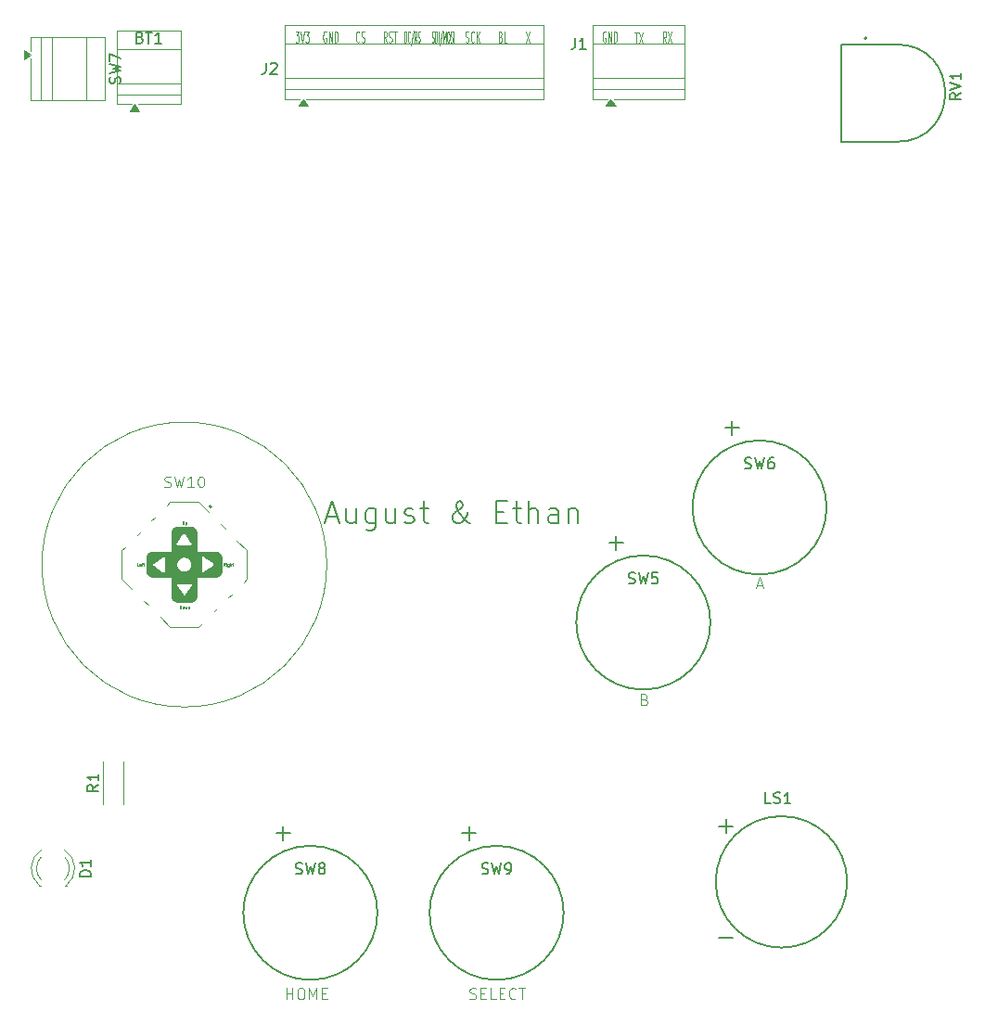
<source format=gbr>
%TF.GenerationSoftware,KiCad,Pcbnew,9.0.6*%
%TF.CreationDate,2025-12-04T23:30:09-05:00*%
%TF.ProjectId,FinalProjectPCB,46696e61-6c50-4726-9f6a-656374504342,rev?*%
%TF.SameCoordinates,Original*%
%TF.FileFunction,Legend,Top*%
%TF.FilePolarity,Positive*%
%FSLAX46Y46*%
G04 Gerber Fmt 4.6, Leading zero omitted, Abs format (unit mm)*
G04 Created by KiCad (PCBNEW 9.0.6) date 2025-12-04 23:30:09*
%MOMM*%
%LPD*%
G01*
G04 APERTURE LIST*
%ADD10C,0.100000*%
%ADD11C,0.150000*%
%ADD12C,0.075000*%
%ADD13C,0.125000*%
%ADD14C,0.062500*%
%ADD15C,0.200000*%
%ADD16C,0.000000*%
%ADD17C,0.127000*%
%ADD18C,0.120000*%
%ADD19C,0.152400*%
G04 APERTURE END LIST*
D10*
X100500000Y-132035450D02*
G75*
G02*
X74500000Y-132035450I-13000000J0D01*
G01*
X74500000Y-132035450D02*
G75*
G02*
X100500000Y-132035450I13000000J0D01*
G01*
X97637217Y-83372419D02*
X97946741Y-83372419D01*
X97946741Y-83372419D02*
X97780074Y-83753371D01*
X97780074Y-83753371D02*
X97851503Y-83753371D01*
X97851503Y-83753371D02*
X97899122Y-83800990D01*
X97899122Y-83800990D02*
X97922931Y-83848609D01*
X97922931Y-83848609D02*
X97946741Y-83943847D01*
X97946741Y-83943847D02*
X97946741Y-84181942D01*
X97946741Y-84181942D02*
X97922931Y-84277180D01*
X97922931Y-84277180D02*
X97899122Y-84324800D01*
X97899122Y-84324800D02*
X97851503Y-84372419D01*
X97851503Y-84372419D02*
X97708646Y-84372419D01*
X97708646Y-84372419D02*
X97661027Y-84324800D01*
X97661027Y-84324800D02*
X97637217Y-84277180D01*
X98089598Y-83372419D02*
X98256264Y-84372419D01*
X98256264Y-84372419D02*
X98422931Y-83372419D01*
X98541978Y-83372419D02*
X98851502Y-83372419D01*
X98851502Y-83372419D02*
X98684835Y-83753371D01*
X98684835Y-83753371D02*
X98756264Y-83753371D01*
X98756264Y-83753371D02*
X98803883Y-83800990D01*
X98803883Y-83800990D02*
X98827692Y-83848609D01*
X98827692Y-83848609D02*
X98851502Y-83943847D01*
X98851502Y-83943847D02*
X98851502Y-84181942D01*
X98851502Y-84181942D02*
X98827692Y-84277180D01*
X98827692Y-84277180D02*
X98803883Y-84324800D01*
X98803883Y-84324800D02*
X98756264Y-84372419D01*
X98756264Y-84372419D02*
X98613407Y-84372419D01*
X98613407Y-84372419D02*
X98565788Y-84324800D01*
X98565788Y-84324800D02*
X98541978Y-84277180D01*
D11*
X100479636Y-127692759D02*
X101432017Y-127692759D01*
X100289160Y-128264188D02*
X100955826Y-126264188D01*
X100955826Y-126264188D02*
X101622493Y-128264188D01*
X103146303Y-126930854D02*
X103146303Y-128264188D01*
X102289160Y-126930854D02*
X102289160Y-127978473D01*
X102289160Y-127978473D02*
X102384398Y-128168950D01*
X102384398Y-128168950D02*
X102574874Y-128264188D01*
X102574874Y-128264188D02*
X102860589Y-128264188D01*
X102860589Y-128264188D02*
X103051065Y-128168950D01*
X103051065Y-128168950D02*
X103146303Y-128073711D01*
X104955827Y-126930854D02*
X104955827Y-128549902D01*
X104955827Y-128549902D02*
X104860589Y-128740378D01*
X104860589Y-128740378D02*
X104765351Y-128835616D01*
X104765351Y-128835616D02*
X104574874Y-128930854D01*
X104574874Y-128930854D02*
X104289160Y-128930854D01*
X104289160Y-128930854D02*
X104098684Y-128835616D01*
X104955827Y-128168950D02*
X104765351Y-128264188D01*
X104765351Y-128264188D02*
X104384398Y-128264188D01*
X104384398Y-128264188D02*
X104193922Y-128168950D01*
X104193922Y-128168950D02*
X104098684Y-128073711D01*
X104098684Y-128073711D02*
X104003446Y-127883235D01*
X104003446Y-127883235D02*
X104003446Y-127311807D01*
X104003446Y-127311807D02*
X104098684Y-127121330D01*
X104098684Y-127121330D02*
X104193922Y-127026092D01*
X104193922Y-127026092D02*
X104384398Y-126930854D01*
X104384398Y-126930854D02*
X104765351Y-126930854D01*
X104765351Y-126930854D02*
X104955827Y-127026092D01*
X106765351Y-126930854D02*
X106765351Y-128264188D01*
X105908208Y-126930854D02*
X105908208Y-127978473D01*
X105908208Y-127978473D02*
X106003446Y-128168950D01*
X106003446Y-128168950D02*
X106193922Y-128264188D01*
X106193922Y-128264188D02*
X106479637Y-128264188D01*
X106479637Y-128264188D02*
X106670113Y-128168950D01*
X106670113Y-128168950D02*
X106765351Y-128073711D01*
X107622494Y-128168950D02*
X107812970Y-128264188D01*
X107812970Y-128264188D02*
X108193922Y-128264188D01*
X108193922Y-128264188D02*
X108384399Y-128168950D01*
X108384399Y-128168950D02*
X108479637Y-127978473D01*
X108479637Y-127978473D02*
X108479637Y-127883235D01*
X108479637Y-127883235D02*
X108384399Y-127692759D01*
X108384399Y-127692759D02*
X108193922Y-127597521D01*
X108193922Y-127597521D02*
X107908208Y-127597521D01*
X107908208Y-127597521D02*
X107717732Y-127502283D01*
X107717732Y-127502283D02*
X107622494Y-127311807D01*
X107622494Y-127311807D02*
X107622494Y-127216569D01*
X107622494Y-127216569D02*
X107717732Y-127026092D01*
X107717732Y-127026092D02*
X107908208Y-126930854D01*
X107908208Y-126930854D02*
X108193922Y-126930854D01*
X108193922Y-126930854D02*
X108384399Y-127026092D01*
X109051066Y-126930854D02*
X109812970Y-126930854D01*
X109336780Y-126264188D02*
X109336780Y-127978473D01*
X109336780Y-127978473D02*
X109432018Y-128168950D01*
X109432018Y-128168950D02*
X109622494Y-128264188D01*
X109622494Y-128264188D02*
X109812970Y-128264188D01*
X113622495Y-128264188D02*
X113527257Y-128264188D01*
X113527257Y-128264188D02*
X113336780Y-128168950D01*
X113336780Y-128168950D02*
X113051066Y-127883235D01*
X113051066Y-127883235D02*
X112574876Y-127311807D01*
X112574876Y-127311807D02*
X112384399Y-127026092D01*
X112384399Y-127026092D02*
X112289161Y-126740378D01*
X112289161Y-126740378D02*
X112289161Y-126549902D01*
X112289161Y-126549902D02*
X112384399Y-126359426D01*
X112384399Y-126359426D02*
X112574876Y-126264188D01*
X112574876Y-126264188D02*
X112670114Y-126264188D01*
X112670114Y-126264188D02*
X112860590Y-126359426D01*
X112860590Y-126359426D02*
X112955828Y-126549902D01*
X112955828Y-126549902D02*
X112955828Y-126645140D01*
X112955828Y-126645140D02*
X112860590Y-126835616D01*
X112860590Y-126835616D02*
X112765352Y-126930854D01*
X112765352Y-126930854D02*
X112193923Y-127311807D01*
X112193923Y-127311807D02*
X112098685Y-127407045D01*
X112098685Y-127407045D02*
X112003447Y-127597521D01*
X112003447Y-127597521D02*
X112003447Y-127883235D01*
X112003447Y-127883235D02*
X112098685Y-128073711D01*
X112098685Y-128073711D02*
X112193923Y-128168950D01*
X112193923Y-128168950D02*
X112384399Y-128264188D01*
X112384399Y-128264188D02*
X112670114Y-128264188D01*
X112670114Y-128264188D02*
X112860590Y-128168950D01*
X112860590Y-128168950D02*
X112955828Y-128073711D01*
X112955828Y-128073711D02*
X113241542Y-127692759D01*
X113241542Y-127692759D02*
X113336780Y-127407045D01*
X113336780Y-127407045D02*
X113336780Y-127216569D01*
X116003447Y-127216569D02*
X116670114Y-127216569D01*
X116955828Y-128264188D02*
X116003447Y-128264188D01*
X116003447Y-128264188D02*
X116003447Y-126264188D01*
X116003447Y-126264188D02*
X116955828Y-126264188D01*
X117527257Y-126930854D02*
X118289161Y-126930854D01*
X117812971Y-126264188D02*
X117812971Y-127978473D01*
X117812971Y-127978473D02*
X117908209Y-128168950D01*
X117908209Y-128168950D02*
X118098685Y-128264188D01*
X118098685Y-128264188D02*
X118289161Y-128264188D01*
X118955828Y-128264188D02*
X118955828Y-126264188D01*
X119812971Y-128264188D02*
X119812971Y-127216569D01*
X119812971Y-127216569D02*
X119717733Y-127026092D01*
X119717733Y-127026092D02*
X119527257Y-126930854D01*
X119527257Y-126930854D02*
X119241542Y-126930854D01*
X119241542Y-126930854D02*
X119051066Y-127026092D01*
X119051066Y-127026092D02*
X118955828Y-127121330D01*
X121622495Y-128264188D02*
X121622495Y-127216569D01*
X121622495Y-127216569D02*
X121527257Y-127026092D01*
X121527257Y-127026092D02*
X121336781Y-126930854D01*
X121336781Y-126930854D02*
X120955828Y-126930854D01*
X120955828Y-126930854D02*
X120765352Y-127026092D01*
X121622495Y-128168950D02*
X121432019Y-128264188D01*
X121432019Y-128264188D02*
X120955828Y-128264188D01*
X120955828Y-128264188D02*
X120765352Y-128168950D01*
X120765352Y-128168950D02*
X120670114Y-127978473D01*
X120670114Y-127978473D02*
X120670114Y-127787997D01*
X120670114Y-127787997D02*
X120765352Y-127597521D01*
X120765352Y-127597521D02*
X120955828Y-127502283D01*
X120955828Y-127502283D02*
X121432019Y-127502283D01*
X121432019Y-127502283D02*
X121622495Y-127407045D01*
X122574876Y-126930854D02*
X122574876Y-128264188D01*
X122574876Y-127121330D02*
X122670114Y-127026092D01*
X122670114Y-127026092D02*
X122860590Y-126930854D01*
X122860590Y-126930854D02*
X123146305Y-126930854D01*
X123146305Y-126930854D02*
X123336781Y-127026092D01*
X123336781Y-127026092D02*
X123432019Y-127216569D01*
X123432019Y-127216569D02*
X123432019Y-128264188D01*
D12*
X110106484Y-84326100D02*
X110149342Y-84373719D01*
X110149342Y-84373719D02*
X110220770Y-84373719D01*
X110220770Y-84373719D02*
X110249342Y-84326100D01*
X110249342Y-84326100D02*
X110263627Y-84278480D01*
X110263627Y-84278480D02*
X110277913Y-84183242D01*
X110277913Y-84183242D02*
X110277913Y-84088004D01*
X110277913Y-84088004D02*
X110263627Y-83992766D01*
X110263627Y-83992766D02*
X110249342Y-83945147D01*
X110249342Y-83945147D02*
X110220770Y-83897528D01*
X110220770Y-83897528D02*
X110163627Y-83849909D01*
X110163627Y-83849909D02*
X110135056Y-83802290D01*
X110135056Y-83802290D02*
X110120770Y-83754671D01*
X110120770Y-83754671D02*
X110106484Y-83659433D01*
X110106484Y-83659433D02*
X110106484Y-83564195D01*
X110106484Y-83564195D02*
X110120770Y-83468957D01*
X110120770Y-83468957D02*
X110135056Y-83421338D01*
X110135056Y-83421338D02*
X110163627Y-83373719D01*
X110163627Y-83373719D02*
X110235056Y-83373719D01*
X110235056Y-83373719D02*
X110277913Y-83421338D01*
X110406484Y-84373719D02*
X110406484Y-83373719D01*
X110406484Y-83373719D02*
X110477913Y-83373719D01*
X110477913Y-83373719D02*
X110520770Y-83421338D01*
X110520770Y-83421338D02*
X110549341Y-83516576D01*
X110549341Y-83516576D02*
X110563627Y-83611814D01*
X110563627Y-83611814D02*
X110577913Y-83802290D01*
X110577913Y-83802290D02*
X110577913Y-83945147D01*
X110577913Y-83945147D02*
X110563627Y-84135623D01*
X110563627Y-84135623D02*
X110549341Y-84230861D01*
X110549341Y-84230861D02*
X110520770Y-84326100D01*
X110520770Y-84326100D02*
X110477913Y-84373719D01*
X110477913Y-84373719D02*
X110406484Y-84373719D01*
X110706484Y-84373719D02*
X110706484Y-83373719D01*
X111063627Y-83326100D02*
X110806484Y-84611814D01*
X111163627Y-84373719D02*
X111163627Y-83373719D01*
X111163627Y-83373719D02*
X111263627Y-84088004D01*
X111263627Y-84088004D02*
X111363627Y-83373719D01*
X111363627Y-83373719D02*
X111363627Y-84373719D01*
X111563627Y-83373719D02*
X111620770Y-83373719D01*
X111620770Y-83373719D02*
X111649341Y-83421338D01*
X111649341Y-83421338D02*
X111677913Y-83516576D01*
X111677913Y-83516576D02*
X111692198Y-83707052D01*
X111692198Y-83707052D02*
X111692198Y-84040385D01*
X111692198Y-84040385D02*
X111677913Y-84230861D01*
X111677913Y-84230861D02*
X111649341Y-84326100D01*
X111649341Y-84326100D02*
X111620770Y-84373719D01*
X111620770Y-84373719D02*
X111563627Y-84373719D01*
X111563627Y-84373719D02*
X111535056Y-84326100D01*
X111535056Y-84326100D02*
X111506484Y-84230861D01*
X111506484Y-84230861D02*
X111492198Y-84040385D01*
X111492198Y-84040385D02*
X111492198Y-83707052D01*
X111492198Y-83707052D02*
X111506484Y-83516576D01*
X111506484Y-83516576D02*
X111535056Y-83421338D01*
X111535056Y-83421338D02*
X111563627Y-83373719D01*
X111806484Y-84326100D02*
X111849342Y-84373719D01*
X111849342Y-84373719D02*
X111920770Y-84373719D01*
X111920770Y-84373719D02*
X111949342Y-84326100D01*
X111949342Y-84326100D02*
X111963627Y-84278480D01*
X111963627Y-84278480D02*
X111977913Y-84183242D01*
X111977913Y-84183242D02*
X111977913Y-84088004D01*
X111977913Y-84088004D02*
X111963627Y-83992766D01*
X111963627Y-83992766D02*
X111949342Y-83945147D01*
X111949342Y-83945147D02*
X111920770Y-83897528D01*
X111920770Y-83897528D02*
X111863627Y-83849909D01*
X111863627Y-83849909D02*
X111835056Y-83802290D01*
X111835056Y-83802290D02*
X111820770Y-83754671D01*
X111820770Y-83754671D02*
X111806484Y-83659433D01*
X111806484Y-83659433D02*
X111806484Y-83564195D01*
X111806484Y-83564195D02*
X111820770Y-83468957D01*
X111820770Y-83468957D02*
X111835056Y-83421338D01*
X111835056Y-83421338D02*
X111863627Y-83373719D01*
X111863627Y-83373719D02*
X111935056Y-83373719D01*
X111935056Y-83373719D02*
X111977913Y-83421338D01*
X112106484Y-84373719D02*
X112106484Y-83373719D01*
X107620770Y-84373719D02*
X107620770Y-83373719D01*
X107620770Y-83373719D02*
X107692199Y-83373719D01*
X107692199Y-83373719D02*
X107735056Y-83421338D01*
X107735056Y-83421338D02*
X107763627Y-83516576D01*
X107763627Y-83516576D02*
X107777913Y-83611814D01*
X107777913Y-83611814D02*
X107792199Y-83802290D01*
X107792199Y-83802290D02*
X107792199Y-83945147D01*
X107792199Y-83945147D02*
X107777913Y-84135623D01*
X107777913Y-84135623D02*
X107763627Y-84230861D01*
X107763627Y-84230861D02*
X107735056Y-84326100D01*
X107735056Y-84326100D02*
X107692199Y-84373719D01*
X107692199Y-84373719D02*
X107620770Y-84373719D01*
X108092199Y-84278480D02*
X108077913Y-84326100D01*
X108077913Y-84326100D02*
X108035056Y-84373719D01*
X108035056Y-84373719D02*
X108006484Y-84373719D01*
X108006484Y-84373719D02*
X107963627Y-84326100D01*
X107963627Y-84326100D02*
X107935056Y-84230861D01*
X107935056Y-84230861D02*
X107920770Y-84135623D01*
X107920770Y-84135623D02*
X107906484Y-83945147D01*
X107906484Y-83945147D02*
X107906484Y-83802290D01*
X107906484Y-83802290D02*
X107920770Y-83611814D01*
X107920770Y-83611814D02*
X107935056Y-83516576D01*
X107935056Y-83516576D02*
X107963627Y-83421338D01*
X107963627Y-83421338D02*
X108006484Y-83373719D01*
X108006484Y-83373719D02*
X108035056Y-83373719D01*
X108035056Y-83373719D02*
X108077913Y-83421338D01*
X108077913Y-83421338D02*
X108092199Y-83468957D01*
X108435056Y-83326100D02*
X108177913Y-84611814D01*
X108706485Y-84373719D02*
X108606485Y-83897528D01*
X108535056Y-84373719D02*
X108535056Y-83373719D01*
X108535056Y-83373719D02*
X108649342Y-83373719D01*
X108649342Y-83373719D02*
X108677913Y-83421338D01*
X108677913Y-83421338D02*
X108692199Y-83468957D01*
X108692199Y-83468957D02*
X108706485Y-83564195D01*
X108706485Y-83564195D02*
X108706485Y-83707052D01*
X108706485Y-83707052D02*
X108692199Y-83802290D01*
X108692199Y-83802290D02*
X108677913Y-83849909D01*
X108677913Y-83849909D02*
X108649342Y-83897528D01*
X108649342Y-83897528D02*
X108535056Y-83897528D01*
X108820770Y-84326100D02*
X108863628Y-84373719D01*
X108863628Y-84373719D02*
X108935056Y-84373719D01*
X108935056Y-84373719D02*
X108963628Y-84326100D01*
X108963628Y-84326100D02*
X108977913Y-84278480D01*
X108977913Y-84278480D02*
X108992199Y-84183242D01*
X108992199Y-84183242D02*
X108992199Y-84088004D01*
X108992199Y-84088004D02*
X108977913Y-83992766D01*
X108977913Y-83992766D02*
X108963628Y-83945147D01*
X108963628Y-83945147D02*
X108935056Y-83897528D01*
X108935056Y-83897528D02*
X108877913Y-83849909D01*
X108877913Y-83849909D02*
X108849342Y-83802290D01*
X108849342Y-83802290D02*
X108835056Y-83754671D01*
X108835056Y-83754671D02*
X108820770Y-83659433D01*
X108820770Y-83659433D02*
X108820770Y-83564195D01*
X108820770Y-83564195D02*
X108835056Y-83468957D01*
X108835056Y-83468957D02*
X108849342Y-83421338D01*
X108849342Y-83421338D02*
X108877913Y-83373719D01*
X108877913Y-83373719D02*
X108949342Y-83373719D01*
X108949342Y-83373719D02*
X108992199Y-83421338D01*
D13*
X128619048Y-83456119D02*
X128904762Y-83456119D01*
X128761905Y-84456119D02*
X128761905Y-83456119D01*
X129023809Y-83456119D02*
X129357142Y-84456119D01*
X129357142Y-83456119D02*
X129023809Y-84456119D01*
D10*
X100446741Y-83420038D02*
X100399122Y-83372419D01*
X100399122Y-83372419D02*
X100327693Y-83372419D01*
X100327693Y-83372419D02*
X100256265Y-83420038D01*
X100256265Y-83420038D02*
X100208646Y-83515276D01*
X100208646Y-83515276D02*
X100184836Y-83610514D01*
X100184836Y-83610514D02*
X100161027Y-83800990D01*
X100161027Y-83800990D02*
X100161027Y-83943847D01*
X100161027Y-83943847D02*
X100184836Y-84134323D01*
X100184836Y-84134323D02*
X100208646Y-84229561D01*
X100208646Y-84229561D02*
X100256265Y-84324800D01*
X100256265Y-84324800D02*
X100327693Y-84372419D01*
X100327693Y-84372419D02*
X100375312Y-84372419D01*
X100375312Y-84372419D02*
X100446741Y-84324800D01*
X100446741Y-84324800D02*
X100470550Y-84277180D01*
X100470550Y-84277180D02*
X100470550Y-83943847D01*
X100470550Y-83943847D02*
X100375312Y-83943847D01*
X100684836Y-84372419D02*
X100684836Y-83372419D01*
X100684836Y-83372419D02*
X100970550Y-84372419D01*
X100970550Y-84372419D02*
X100970550Y-83372419D01*
X101208646Y-84372419D02*
X101208646Y-83372419D01*
X101208646Y-83372419D02*
X101327694Y-83372419D01*
X101327694Y-83372419D02*
X101399122Y-83420038D01*
X101399122Y-83420038D02*
X101446741Y-83515276D01*
X101446741Y-83515276D02*
X101470551Y-83610514D01*
X101470551Y-83610514D02*
X101494360Y-83800990D01*
X101494360Y-83800990D02*
X101494360Y-83943847D01*
X101494360Y-83943847D02*
X101470551Y-84134323D01*
X101470551Y-84134323D02*
X101446741Y-84229561D01*
X101446741Y-84229561D02*
X101399122Y-84324800D01*
X101399122Y-84324800D02*
X101327694Y-84372419D01*
X101327694Y-84372419D02*
X101208646Y-84372419D01*
X118637217Y-83372419D02*
X118970550Y-84372419D01*
X118970550Y-83372419D02*
X118637217Y-84372419D01*
X129530615Y-144348609D02*
X129673472Y-144396228D01*
X129673472Y-144396228D02*
X129721091Y-144443847D01*
X129721091Y-144443847D02*
X129768710Y-144539085D01*
X129768710Y-144539085D02*
X129768710Y-144681942D01*
X129768710Y-144681942D02*
X129721091Y-144777180D01*
X129721091Y-144777180D02*
X129673472Y-144824800D01*
X129673472Y-144824800D02*
X129578234Y-144872419D01*
X129578234Y-144872419D02*
X129197282Y-144872419D01*
X129197282Y-144872419D02*
X129197282Y-143872419D01*
X129197282Y-143872419D02*
X129530615Y-143872419D01*
X129530615Y-143872419D02*
X129625853Y-143920038D01*
X129625853Y-143920038D02*
X129673472Y-143967657D01*
X129673472Y-143967657D02*
X129721091Y-144062895D01*
X129721091Y-144062895D02*
X129721091Y-144158133D01*
X129721091Y-144158133D02*
X129673472Y-144253371D01*
X129673472Y-144253371D02*
X129625853Y-144300990D01*
X129625853Y-144300990D02*
X129530615Y-144348609D01*
X129530615Y-144348609D02*
X129197282Y-144348609D01*
D13*
X125963188Y-83418738D02*
X125915569Y-83371119D01*
X125915569Y-83371119D02*
X125844140Y-83371119D01*
X125844140Y-83371119D02*
X125772712Y-83418738D01*
X125772712Y-83418738D02*
X125725093Y-83513976D01*
X125725093Y-83513976D02*
X125701283Y-83609214D01*
X125701283Y-83609214D02*
X125677474Y-83799690D01*
X125677474Y-83799690D02*
X125677474Y-83942547D01*
X125677474Y-83942547D02*
X125701283Y-84133023D01*
X125701283Y-84133023D02*
X125725093Y-84228261D01*
X125725093Y-84228261D02*
X125772712Y-84323500D01*
X125772712Y-84323500D02*
X125844140Y-84371119D01*
X125844140Y-84371119D02*
X125891759Y-84371119D01*
X125891759Y-84371119D02*
X125963188Y-84323500D01*
X125963188Y-84323500D02*
X125986997Y-84275880D01*
X125986997Y-84275880D02*
X125986997Y-83942547D01*
X125986997Y-83942547D02*
X125891759Y-83942547D01*
X126201283Y-84371119D02*
X126201283Y-83371119D01*
X126201283Y-83371119D02*
X126486997Y-84371119D01*
X126486997Y-84371119D02*
X126486997Y-83371119D01*
X126725093Y-84371119D02*
X126725093Y-83371119D01*
X126725093Y-83371119D02*
X126844141Y-83371119D01*
X126844141Y-83371119D02*
X126915569Y-83418738D01*
X126915569Y-83418738D02*
X126963188Y-83513976D01*
X126963188Y-83513976D02*
X126986998Y-83609214D01*
X126986998Y-83609214D02*
X127010807Y-83799690D01*
X127010807Y-83799690D02*
X127010807Y-83942547D01*
X127010807Y-83942547D02*
X126986998Y-84133023D01*
X126986998Y-84133023D02*
X126963188Y-84228261D01*
X126963188Y-84228261D02*
X126915569Y-84323500D01*
X126915569Y-84323500D02*
X126844141Y-84371119D01*
X126844141Y-84371119D02*
X126725093Y-84371119D01*
D10*
X113549065Y-171650295D02*
X113691922Y-171697914D01*
X113691922Y-171697914D02*
X113930017Y-171697914D01*
X113930017Y-171697914D02*
X114025255Y-171650295D01*
X114025255Y-171650295D02*
X114072874Y-171602675D01*
X114072874Y-171602675D02*
X114120493Y-171507437D01*
X114120493Y-171507437D02*
X114120493Y-171412199D01*
X114120493Y-171412199D02*
X114072874Y-171316961D01*
X114072874Y-171316961D02*
X114025255Y-171269342D01*
X114025255Y-171269342D02*
X113930017Y-171221723D01*
X113930017Y-171221723D02*
X113739541Y-171174104D01*
X113739541Y-171174104D02*
X113644303Y-171126485D01*
X113644303Y-171126485D02*
X113596684Y-171078866D01*
X113596684Y-171078866D02*
X113549065Y-170983628D01*
X113549065Y-170983628D02*
X113549065Y-170888390D01*
X113549065Y-170888390D02*
X113596684Y-170793152D01*
X113596684Y-170793152D02*
X113644303Y-170745533D01*
X113644303Y-170745533D02*
X113739541Y-170697914D01*
X113739541Y-170697914D02*
X113977636Y-170697914D01*
X113977636Y-170697914D02*
X114120493Y-170745533D01*
X114549065Y-171174104D02*
X114882398Y-171174104D01*
X115025255Y-171697914D02*
X114549065Y-171697914D01*
X114549065Y-171697914D02*
X114549065Y-170697914D01*
X114549065Y-170697914D02*
X115025255Y-170697914D01*
X115930017Y-171697914D02*
X115453827Y-171697914D01*
X115453827Y-171697914D02*
X115453827Y-170697914D01*
X116263351Y-171174104D02*
X116596684Y-171174104D01*
X116739541Y-171697914D02*
X116263351Y-171697914D01*
X116263351Y-171697914D02*
X116263351Y-170697914D01*
X116263351Y-170697914D02*
X116739541Y-170697914D01*
X117739541Y-171602675D02*
X117691922Y-171650295D01*
X117691922Y-171650295D02*
X117549065Y-171697914D01*
X117549065Y-171697914D02*
X117453827Y-171697914D01*
X117453827Y-171697914D02*
X117310970Y-171650295D01*
X117310970Y-171650295D02*
X117215732Y-171555056D01*
X117215732Y-171555056D02*
X117168113Y-171459818D01*
X117168113Y-171459818D02*
X117120494Y-171269342D01*
X117120494Y-171269342D02*
X117120494Y-171126485D01*
X117120494Y-171126485D02*
X117168113Y-170936009D01*
X117168113Y-170936009D02*
X117215732Y-170840771D01*
X117215732Y-170840771D02*
X117310970Y-170745533D01*
X117310970Y-170745533D02*
X117453827Y-170697914D01*
X117453827Y-170697914D02*
X117549065Y-170697914D01*
X117549065Y-170697914D02*
X117691922Y-170745533D01*
X117691922Y-170745533D02*
X117739541Y-170793152D01*
X118025256Y-170697914D02*
X118596684Y-170697914D01*
X118310970Y-171697914D02*
X118310970Y-170697914D01*
D13*
X131486997Y-84371119D02*
X131320331Y-83894928D01*
X131201283Y-84371119D02*
X131201283Y-83371119D01*
X131201283Y-83371119D02*
X131391759Y-83371119D01*
X131391759Y-83371119D02*
X131439378Y-83418738D01*
X131439378Y-83418738D02*
X131463188Y-83466357D01*
X131463188Y-83466357D02*
X131486997Y-83561595D01*
X131486997Y-83561595D02*
X131486997Y-83704452D01*
X131486997Y-83704452D02*
X131463188Y-83799690D01*
X131463188Y-83799690D02*
X131439378Y-83847309D01*
X131439378Y-83847309D02*
X131391759Y-83894928D01*
X131391759Y-83894928D02*
X131201283Y-83894928D01*
X131653664Y-83371119D02*
X131986997Y-84371119D01*
X131986997Y-83371119D02*
X131653664Y-84371119D01*
D10*
X113161027Y-84324800D02*
X113232455Y-84372419D01*
X113232455Y-84372419D02*
X113351503Y-84372419D01*
X113351503Y-84372419D02*
X113399122Y-84324800D01*
X113399122Y-84324800D02*
X113422931Y-84277180D01*
X113422931Y-84277180D02*
X113446741Y-84181942D01*
X113446741Y-84181942D02*
X113446741Y-84086704D01*
X113446741Y-84086704D02*
X113422931Y-83991466D01*
X113422931Y-83991466D02*
X113399122Y-83943847D01*
X113399122Y-83943847D02*
X113351503Y-83896228D01*
X113351503Y-83896228D02*
X113256265Y-83848609D01*
X113256265Y-83848609D02*
X113208646Y-83800990D01*
X113208646Y-83800990D02*
X113184836Y-83753371D01*
X113184836Y-83753371D02*
X113161027Y-83658133D01*
X113161027Y-83658133D02*
X113161027Y-83562895D01*
X113161027Y-83562895D02*
X113184836Y-83467657D01*
X113184836Y-83467657D02*
X113208646Y-83420038D01*
X113208646Y-83420038D02*
X113256265Y-83372419D01*
X113256265Y-83372419D02*
X113375312Y-83372419D01*
X113375312Y-83372419D02*
X113446741Y-83420038D01*
X113946740Y-84277180D02*
X113922931Y-84324800D01*
X113922931Y-84324800D02*
X113851502Y-84372419D01*
X113851502Y-84372419D02*
X113803883Y-84372419D01*
X113803883Y-84372419D02*
X113732455Y-84324800D01*
X113732455Y-84324800D02*
X113684836Y-84229561D01*
X113684836Y-84229561D02*
X113661026Y-84134323D01*
X113661026Y-84134323D02*
X113637217Y-83943847D01*
X113637217Y-83943847D02*
X113637217Y-83800990D01*
X113637217Y-83800990D02*
X113661026Y-83610514D01*
X113661026Y-83610514D02*
X113684836Y-83515276D01*
X113684836Y-83515276D02*
X113732455Y-83420038D01*
X113732455Y-83420038D02*
X113803883Y-83372419D01*
X113803883Y-83372419D02*
X113851502Y-83372419D01*
X113851502Y-83372419D02*
X113922931Y-83420038D01*
X113922931Y-83420038D02*
X113946740Y-83467657D01*
X114161026Y-84372419D02*
X114161026Y-83372419D01*
X114446740Y-84372419D02*
X114232455Y-83800990D01*
X114446740Y-83372419D02*
X114161026Y-83943847D01*
X139756265Y-133912209D02*
X140232455Y-133912209D01*
X139661027Y-134197924D02*
X139994360Y-133197924D01*
X139994360Y-133197924D02*
X140327693Y-134197924D01*
X116351503Y-83848609D02*
X116422931Y-83896228D01*
X116422931Y-83896228D02*
X116446741Y-83943847D01*
X116446741Y-83943847D02*
X116470550Y-84039085D01*
X116470550Y-84039085D02*
X116470550Y-84181942D01*
X116470550Y-84181942D02*
X116446741Y-84277180D01*
X116446741Y-84277180D02*
X116422931Y-84324800D01*
X116422931Y-84324800D02*
X116375312Y-84372419D01*
X116375312Y-84372419D02*
X116184836Y-84372419D01*
X116184836Y-84372419D02*
X116184836Y-83372419D01*
X116184836Y-83372419D02*
X116351503Y-83372419D01*
X116351503Y-83372419D02*
X116399122Y-83420038D01*
X116399122Y-83420038D02*
X116422931Y-83467657D01*
X116422931Y-83467657D02*
X116446741Y-83562895D01*
X116446741Y-83562895D02*
X116446741Y-83658133D01*
X116446741Y-83658133D02*
X116422931Y-83753371D01*
X116422931Y-83753371D02*
X116399122Y-83800990D01*
X116399122Y-83800990D02*
X116351503Y-83848609D01*
X116351503Y-83848609D02*
X116184836Y-83848609D01*
X116922931Y-84372419D02*
X116684836Y-84372419D01*
X116684836Y-84372419D02*
X116684836Y-83372419D01*
X96803884Y-171697914D02*
X96803884Y-170697914D01*
X96803884Y-171174104D02*
X97375312Y-171174104D01*
X97375312Y-171697914D02*
X97375312Y-170697914D01*
X98041979Y-170697914D02*
X98232455Y-170697914D01*
X98232455Y-170697914D02*
X98327693Y-170745533D01*
X98327693Y-170745533D02*
X98422931Y-170840771D01*
X98422931Y-170840771D02*
X98470550Y-171031247D01*
X98470550Y-171031247D02*
X98470550Y-171364580D01*
X98470550Y-171364580D02*
X98422931Y-171555056D01*
X98422931Y-171555056D02*
X98327693Y-171650295D01*
X98327693Y-171650295D02*
X98232455Y-171697914D01*
X98232455Y-171697914D02*
X98041979Y-171697914D01*
X98041979Y-171697914D02*
X97946741Y-171650295D01*
X97946741Y-171650295D02*
X97851503Y-171555056D01*
X97851503Y-171555056D02*
X97803884Y-171364580D01*
X97803884Y-171364580D02*
X97803884Y-171031247D01*
X97803884Y-171031247D02*
X97851503Y-170840771D01*
X97851503Y-170840771D02*
X97946741Y-170745533D01*
X97946741Y-170745533D02*
X98041979Y-170697914D01*
X98899122Y-171697914D02*
X98899122Y-170697914D01*
X98899122Y-170697914D02*
X99232455Y-171412199D01*
X99232455Y-171412199D02*
X99565788Y-170697914D01*
X99565788Y-170697914D02*
X99565788Y-171697914D01*
X100041979Y-171174104D02*
X100375312Y-171174104D01*
X100518169Y-171697914D02*
X100041979Y-171697914D01*
X100041979Y-171697914D02*
X100041979Y-170697914D01*
X100041979Y-170697914D02*
X100518169Y-170697914D01*
X103470550Y-84277180D02*
X103446741Y-84324800D01*
X103446741Y-84324800D02*
X103375312Y-84372419D01*
X103375312Y-84372419D02*
X103327693Y-84372419D01*
X103327693Y-84372419D02*
X103256265Y-84324800D01*
X103256265Y-84324800D02*
X103208646Y-84229561D01*
X103208646Y-84229561D02*
X103184836Y-84134323D01*
X103184836Y-84134323D02*
X103161027Y-83943847D01*
X103161027Y-83943847D02*
X103161027Y-83800990D01*
X103161027Y-83800990D02*
X103184836Y-83610514D01*
X103184836Y-83610514D02*
X103208646Y-83515276D01*
X103208646Y-83515276D02*
X103256265Y-83420038D01*
X103256265Y-83420038D02*
X103327693Y-83372419D01*
X103327693Y-83372419D02*
X103375312Y-83372419D01*
X103375312Y-83372419D02*
X103446741Y-83420038D01*
X103446741Y-83420038D02*
X103470550Y-83467657D01*
X103661027Y-84324800D02*
X103732455Y-84372419D01*
X103732455Y-84372419D02*
X103851503Y-84372419D01*
X103851503Y-84372419D02*
X103899122Y-84324800D01*
X103899122Y-84324800D02*
X103922931Y-84277180D01*
X103922931Y-84277180D02*
X103946741Y-84181942D01*
X103946741Y-84181942D02*
X103946741Y-84086704D01*
X103946741Y-84086704D02*
X103922931Y-83991466D01*
X103922931Y-83991466D02*
X103899122Y-83943847D01*
X103899122Y-83943847D02*
X103851503Y-83896228D01*
X103851503Y-83896228D02*
X103756265Y-83848609D01*
X103756265Y-83848609D02*
X103708646Y-83800990D01*
X103708646Y-83800990D02*
X103684836Y-83753371D01*
X103684836Y-83753371D02*
X103661027Y-83658133D01*
X103661027Y-83658133D02*
X103661027Y-83562895D01*
X103661027Y-83562895D02*
X103684836Y-83467657D01*
X103684836Y-83467657D02*
X103708646Y-83420038D01*
X103708646Y-83420038D02*
X103756265Y-83372419D01*
X103756265Y-83372419D02*
X103875312Y-83372419D01*
X103875312Y-83372419D02*
X103946741Y-83420038D01*
X105970550Y-84372419D02*
X105803884Y-83896228D01*
X105684836Y-84372419D02*
X105684836Y-83372419D01*
X105684836Y-83372419D02*
X105875312Y-83372419D01*
X105875312Y-83372419D02*
X105922931Y-83420038D01*
X105922931Y-83420038D02*
X105946741Y-83467657D01*
X105946741Y-83467657D02*
X105970550Y-83562895D01*
X105970550Y-83562895D02*
X105970550Y-83705752D01*
X105970550Y-83705752D02*
X105946741Y-83800990D01*
X105946741Y-83800990D02*
X105922931Y-83848609D01*
X105922931Y-83848609D02*
X105875312Y-83896228D01*
X105875312Y-83896228D02*
X105684836Y-83896228D01*
X106161027Y-84324800D02*
X106232455Y-84372419D01*
X106232455Y-84372419D02*
X106351503Y-84372419D01*
X106351503Y-84372419D02*
X106399122Y-84324800D01*
X106399122Y-84324800D02*
X106422931Y-84277180D01*
X106422931Y-84277180D02*
X106446741Y-84181942D01*
X106446741Y-84181942D02*
X106446741Y-84086704D01*
X106446741Y-84086704D02*
X106422931Y-83991466D01*
X106422931Y-83991466D02*
X106399122Y-83943847D01*
X106399122Y-83943847D02*
X106351503Y-83896228D01*
X106351503Y-83896228D02*
X106256265Y-83848609D01*
X106256265Y-83848609D02*
X106208646Y-83800990D01*
X106208646Y-83800990D02*
X106184836Y-83753371D01*
X106184836Y-83753371D02*
X106161027Y-83658133D01*
X106161027Y-83658133D02*
X106161027Y-83562895D01*
X106161027Y-83562895D02*
X106184836Y-83467657D01*
X106184836Y-83467657D02*
X106208646Y-83420038D01*
X106208646Y-83420038D02*
X106256265Y-83372419D01*
X106256265Y-83372419D02*
X106375312Y-83372419D01*
X106375312Y-83372419D02*
X106446741Y-83420038D01*
X106589598Y-83372419D02*
X106875312Y-83372419D01*
X106732455Y-84372419D02*
X106732455Y-83372419D01*
X85690476Y-124945250D02*
X85833333Y-124992869D01*
X85833333Y-124992869D02*
X86071428Y-124992869D01*
X86071428Y-124992869D02*
X86166666Y-124945250D01*
X86166666Y-124945250D02*
X86214285Y-124897630D01*
X86214285Y-124897630D02*
X86261904Y-124802392D01*
X86261904Y-124802392D02*
X86261904Y-124707154D01*
X86261904Y-124707154D02*
X86214285Y-124611916D01*
X86214285Y-124611916D02*
X86166666Y-124564297D01*
X86166666Y-124564297D02*
X86071428Y-124516678D01*
X86071428Y-124516678D02*
X85880952Y-124469059D01*
X85880952Y-124469059D02*
X85785714Y-124421440D01*
X85785714Y-124421440D02*
X85738095Y-124373821D01*
X85738095Y-124373821D02*
X85690476Y-124278583D01*
X85690476Y-124278583D02*
X85690476Y-124183345D01*
X85690476Y-124183345D02*
X85738095Y-124088107D01*
X85738095Y-124088107D02*
X85785714Y-124040488D01*
X85785714Y-124040488D02*
X85880952Y-123992869D01*
X85880952Y-123992869D02*
X86119047Y-123992869D01*
X86119047Y-123992869D02*
X86261904Y-124040488D01*
X86595238Y-123992869D02*
X86833333Y-124992869D01*
X86833333Y-124992869D02*
X87023809Y-124278583D01*
X87023809Y-124278583D02*
X87214285Y-124992869D01*
X87214285Y-124992869D02*
X87452381Y-123992869D01*
X88357142Y-124992869D02*
X87785714Y-124992869D01*
X88071428Y-124992869D02*
X88071428Y-123992869D01*
X88071428Y-123992869D02*
X87976190Y-124135726D01*
X87976190Y-124135726D02*
X87880952Y-124230964D01*
X87880952Y-124230964D02*
X87785714Y-124278583D01*
X88976190Y-123992869D02*
X89071428Y-123992869D01*
X89071428Y-123992869D02*
X89166666Y-124040488D01*
X89166666Y-124040488D02*
X89214285Y-124088107D01*
X89214285Y-124088107D02*
X89261904Y-124183345D01*
X89261904Y-124183345D02*
X89309523Y-124373821D01*
X89309523Y-124373821D02*
X89309523Y-124611916D01*
X89309523Y-124611916D02*
X89261904Y-124802392D01*
X89261904Y-124802392D02*
X89214285Y-124897630D01*
X89214285Y-124897630D02*
X89166666Y-124945250D01*
X89166666Y-124945250D02*
X89071428Y-124992869D01*
X89071428Y-124992869D02*
X88976190Y-124992869D01*
X88976190Y-124992869D02*
X88880952Y-124945250D01*
X88880952Y-124945250D02*
X88833333Y-124897630D01*
X88833333Y-124897630D02*
X88785714Y-124802392D01*
X88785714Y-124802392D02*
X88738095Y-124611916D01*
X88738095Y-124611916D02*
X88738095Y-124373821D01*
X88738095Y-124373821D02*
X88785714Y-124183345D01*
X88785714Y-124183345D02*
X88833333Y-124088107D01*
X88833333Y-124088107D02*
X88880952Y-124040488D01*
X88880952Y-124040488D02*
X88976190Y-123992869D01*
D14*
X87315476Y-128097854D02*
X87315476Y-128300235D01*
X87315476Y-128300235D02*
X87327381Y-128324045D01*
X87327381Y-128324045D02*
X87339286Y-128335950D01*
X87339286Y-128335950D02*
X87363095Y-128347854D01*
X87363095Y-128347854D02*
X87410714Y-128347854D01*
X87410714Y-128347854D02*
X87434524Y-128335950D01*
X87434524Y-128335950D02*
X87446429Y-128324045D01*
X87446429Y-128324045D02*
X87458333Y-128300235D01*
X87458333Y-128300235D02*
X87458333Y-128097854D01*
X87577381Y-128181188D02*
X87577381Y-128431188D01*
X87577381Y-128193092D02*
X87601191Y-128181188D01*
X87601191Y-128181188D02*
X87648810Y-128181188D01*
X87648810Y-128181188D02*
X87672619Y-128193092D01*
X87672619Y-128193092D02*
X87684524Y-128204997D01*
X87684524Y-128204997D02*
X87696429Y-128228807D01*
X87696429Y-128228807D02*
X87696429Y-128300235D01*
X87696429Y-128300235D02*
X87684524Y-128324045D01*
X87684524Y-128324045D02*
X87672619Y-128335950D01*
X87672619Y-128335950D02*
X87648810Y-128347854D01*
X87648810Y-128347854D02*
X87601191Y-128347854D01*
X87601191Y-128347854D02*
X87577381Y-128335950D01*
X91220238Y-132147854D02*
X91136905Y-132028807D01*
X91077381Y-132147854D02*
X91077381Y-131897854D01*
X91077381Y-131897854D02*
X91172619Y-131897854D01*
X91172619Y-131897854D02*
X91196429Y-131909759D01*
X91196429Y-131909759D02*
X91208334Y-131921664D01*
X91208334Y-131921664D02*
X91220238Y-131945473D01*
X91220238Y-131945473D02*
X91220238Y-131981188D01*
X91220238Y-131981188D02*
X91208334Y-132004997D01*
X91208334Y-132004997D02*
X91196429Y-132016902D01*
X91196429Y-132016902D02*
X91172619Y-132028807D01*
X91172619Y-132028807D02*
X91077381Y-132028807D01*
X91327381Y-132147854D02*
X91327381Y-131981188D01*
X91327381Y-131897854D02*
X91315477Y-131909759D01*
X91315477Y-131909759D02*
X91327381Y-131921664D01*
X91327381Y-131921664D02*
X91339286Y-131909759D01*
X91339286Y-131909759D02*
X91327381Y-131897854D01*
X91327381Y-131897854D02*
X91327381Y-131921664D01*
X91553572Y-131981188D02*
X91553572Y-132183569D01*
X91553572Y-132183569D02*
X91541667Y-132207378D01*
X91541667Y-132207378D02*
X91529763Y-132219283D01*
X91529763Y-132219283D02*
X91505953Y-132231188D01*
X91505953Y-132231188D02*
X91470239Y-132231188D01*
X91470239Y-132231188D02*
X91446429Y-132219283D01*
X91553572Y-132135950D02*
X91529763Y-132147854D01*
X91529763Y-132147854D02*
X91482144Y-132147854D01*
X91482144Y-132147854D02*
X91458334Y-132135950D01*
X91458334Y-132135950D02*
X91446429Y-132124045D01*
X91446429Y-132124045D02*
X91434525Y-132100235D01*
X91434525Y-132100235D02*
X91434525Y-132028807D01*
X91434525Y-132028807D02*
X91446429Y-132004997D01*
X91446429Y-132004997D02*
X91458334Y-131993092D01*
X91458334Y-131993092D02*
X91482144Y-131981188D01*
X91482144Y-131981188D02*
X91529763Y-131981188D01*
X91529763Y-131981188D02*
X91553572Y-131993092D01*
X91672619Y-132147854D02*
X91672619Y-131897854D01*
X91779762Y-132147854D02*
X91779762Y-132016902D01*
X91779762Y-132016902D02*
X91767857Y-131993092D01*
X91767857Y-131993092D02*
X91744048Y-131981188D01*
X91744048Y-131981188D02*
X91708334Y-131981188D01*
X91708334Y-131981188D02*
X91684524Y-131993092D01*
X91684524Y-131993092D02*
X91672619Y-132004997D01*
X91863095Y-131981188D02*
X91958333Y-131981188D01*
X91898809Y-131897854D02*
X91898809Y-132112140D01*
X91898809Y-132112140D02*
X91910714Y-132135950D01*
X91910714Y-132135950D02*
X91934524Y-132147854D01*
X91934524Y-132147854D02*
X91958333Y-132147854D01*
X87077381Y-136047854D02*
X87077381Y-135797854D01*
X87077381Y-135797854D02*
X87136905Y-135797854D01*
X87136905Y-135797854D02*
X87172619Y-135809759D01*
X87172619Y-135809759D02*
X87196429Y-135833569D01*
X87196429Y-135833569D02*
X87208334Y-135857378D01*
X87208334Y-135857378D02*
X87220238Y-135904997D01*
X87220238Y-135904997D02*
X87220238Y-135940711D01*
X87220238Y-135940711D02*
X87208334Y-135988330D01*
X87208334Y-135988330D02*
X87196429Y-136012140D01*
X87196429Y-136012140D02*
X87172619Y-136035950D01*
X87172619Y-136035950D02*
X87136905Y-136047854D01*
X87136905Y-136047854D02*
X87077381Y-136047854D01*
X87363096Y-136047854D02*
X87339286Y-136035950D01*
X87339286Y-136035950D02*
X87327381Y-136024045D01*
X87327381Y-136024045D02*
X87315477Y-136000235D01*
X87315477Y-136000235D02*
X87315477Y-135928807D01*
X87315477Y-135928807D02*
X87327381Y-135904997D01*
X87327381Y-135904997D02*
X87339286Y-135893092D01*
X87339286Y-135893092D02*
X87363096Y-135881188D01*
X87363096Y-135881188D02*
X87398810Y-135881188D01*
X87398810Y-135881188D02*
X87422619Y-135893092D01*
X87422619Y-135893092D02*
X87434524Y-135904997D01*
X87434524Y-135904997D02*
X87446429Y-135928807D01*
X87446429Y-135928807D02*
X87446429Y-136000235D01*
X87446429Y-136000235D02*
X87434524Y-136024045D01*
X87434524Y-136024045D02*
X87422619Y-136035950D01*
X87422619Y-136035950D02*
X87398810Y-136047854D01*
X87398810Y-136047854D02*
X87363096Y-136047854D01*
X87529762Y-135881188D02*
X87577381Y-136047854D01*
X87577381Y-136047854D02*
X87625000Y-135928807D01*
X87625000Y-135928807D02*
X87672619Y-136047854D01*
X87672619Y-136047854D02*
X87720238Y-135881188D01*
X87815476Y-135881188D02*
X87815476Y-136047854D01*
X87815476Y-135904997D02*
X87827381Y-135893092D01*
X87827381Y-135893092D02*
X87851191Y-135881188D01*
X87851191Y-135881188D02*
X87886905Y-135881188D01*
X87886905Y-135881188D02*
X87910714Y-135893092D01*
X87910714Y-135893092D02*
X87922619Y-135916902D01*
X87922619Y-135916902D02*
X87922619Y-136047854D01*
X83327381Y-132147854D02*
X83208333Y-132147854D01*
X83208333Y-132147854D02*
X83208333Y-131897854D01*
X83505952Y-132135950D02*
X83482143Y-132147854D01*
X83482143Y-132147854D02*
X83434524Y-132147854D01*
X83434524Y-132147854D02*
X83410714Y-132135950D01*
X83410714Y-132135950D02*
X83398810Y-132112140D01*
X83398810Y-132112140D02*
X83398810Y-132016902D01*
X83398810Y-132016902D02*
X83410714Y-131993092D01*
X83410714Y-131993092D02*
X83434524Y-131981188D01*
X83434524Y-131981188D02*
X83482143Y-131981188D01*
X83482143Y-131981188D02*
X83505952Y-131993092D01*
X83505952Y-131993092D02*
X83517857Y-132016902D01*
X83517857Y-132016902D02*
X83517857Y-132040711D01*
X83517857Y-132040711D02*
X83398810Y-132064521D01*
X83589286Y-131981188D02*
X83684524Y-131981188D01*
X83625000Y-132147854D02*
X83625000Y-131933569D01*
X83625000Y-131933569D02*
X83636905Y-131909759D01*
X83636905Y-131909759D02*
X83660715Y-131897854D01*
X83660715Y-131897854D02*
X83684524Y-131897854D01*
X83732143Y-131981188D02*
X83827381Y-131981188D01*
X83767857Y-131897854D02*
X83767857Y-132112140D01*
X83767857Y-132112140D02*
X83779762Y-132135950D01*
X83779762Y-132135950D02*
X83803572Y-132147854D01*
X83803572Y-132147854D02*
X83827381Y-132147854D01*
D11*
X141032142Y-153819819D02*
X140555952Y-153819819D01*
X140555952Y-153819819D02*
X140555952Y-152819819D01*
X141317857Y-153772200D02*
X141460714Y-153819819D01*
X141460714Y-153819819D02*
X141698809Y-153819819D01*
X141698809Y-153819819D02*
X141794047Y-153772200D01*
X141794047Y-153772200D02*
X141841666Y-153724580D01*
X141841666Y-153724580D02*
X141889285Y-153629342D01*
X141889285Y-153629342D02*
X141889285Y-153534104D01*
X141889285Y-153534104D02*
X141841666Y-153438866D01*
X141841666Y-153438866D02*
X141794047Y-153391247D01*
X141794047Y-153391247D02*
X141698809Y-153343628D01*
X141698809Y-153343628D02*
X141508333Y-153296009D01*
X141508333Y-153296009D02*
X141413095Y-153248390D01*
X141413095Y-153248390D02*
X141365476Y-153200771D01*
X141365476Y-153200771D02*
X141317857Y-153105533D01*
X141317857Y-153105533D02*
X141317857Y-153010295D01*
X141317857Y-153010295D02*
X141365476Y-152915057D01*
X141365476Y-152915057D02*
X141413095Y-152867438D01*
X141413095Y-152867438D02*
X141508333Y-152819819D01*
X141508333Y-152819819D02*
X141746428Y-152819819D01*
X141746428Y-152819819D02*
X141889285Y-152867438D01*
X142841666Y-153819819D02*
X142270238Y-153819819D01*
X142555952Y-153819819D02*
X142555952Y-152819819D01*
X142555952Y-152819819D02*
X142460714Y-152962676D01*
X142460714Y-152962676D02*
X142365476Y-153057914D01*
X142365476Y-153057914D02*
X142270238Y-153105533D01*
X83444285Y-83931009D02*
X83587142Y-83978628D01*
X83587142Y-83978628D02*
X83634761Y-84026247D01*
X83634761Y-84026247D02*
X83682380Y-84121485D01*
X83682380Y-84121485D02*
X83682380Y-84264342D01*
X83682380Y-84264342D02*
X83634761Y-84359580D01*
X83634761Y-84359580D02*
X83587142Y-84407200D01*
X83587142Y-84407200D02*
X83491904Y-84454819D01*
X83491904Y-84454819D02*
X83110952Y-84454819D01*
X83110952Y-84454819D02*
X83110952Y-83454819D01*
X83110952Y-83454819D02*
X83444285Y-83454819D01*
X83444285Y-83454819D02*
X83539523Y-83502438D01*
X83539523Y-83502438D02*
X83587142Y-83550057D01*
X83587142Y-83550057D02*
X83634761Y-83645295D01*
X83634761Y-83645295D02*
X83634761Y-83740533D01*
X83634761Y-83740533D02*
X83587142Y-83835771D01*
X83587142Y-83835771D02*
X83539523Y-83883390D01*
X83539523Y-83883390D02*
X83444285Y-83931009D01*
X83444285Y-83931009D02*
X83110952Y-83931009D01*
X83968095Y-83454819D02*
X84539523Y-83454819D01*
X84253809Y-84454819D02*
X84253809Y-83454819D01*
X85396666Y-84454819D02*
X84825238Y-84454819D01*
X85110952Y-84454819D02*
X85110952Y-83454819D01*
X85110952Y-83454819D02*
X85015714Y-83597676D01*
X85015714Y-83597676D02*
X84920476Y-83692914D01*
X84920476Y-83692914D02*
X84825238Y-83740533D01*
X138666667Y-123232705D02*
X138809524Y-123280324D01*
X138809524Y-123280324D02*
X139047619Y-123280324D01*
X139047619Y-123280324D02*
X139142857Y-123232705D01*
X139142857Y-123232705D02*
X139190476Y-123185085D01*
X139190476Y-123185085D02*
X139238095Y-123089847D01*
X139238095Y-123089847D02*
X139238095Y-122994609D01*
X139238095Y-122994609D02*
X139190476Y-122899371D01*
X139190476Y-122899371D02*
X139142857Y-122851752D01*
X139142857Y-122851752D02*
X139047619Y-122804133D01*
X139047619Y-122804133D02*
X138857143Y-122756514D01*
X138857143Y-122756514D02*
X138761905Y-122708895D01*
X138761905Y-122708895D02*
X138714286Y-122661276D01*
X138714286Y-122661276D02*
X138666667Y-122566038D01*
X138666667Y-122566038D02*
X138666667Y-122470800D01*
X138666667Y-122470800D02*
X138714286Y-122375562D01*
X138714286Y-122375562D02*
X138761905Y-122327943D01*
X138761905Y-122327943D02*
X138857143Y-122280324D01*
X138857143Y-122280324D02*
X139095238Y-122280324D01*
X139095238Y-122280324D02*
X139238095Y-122327943D01*
X139571429Y-122280324D02*
X139809524Y-123280324D01*
X139809524Y-123280324D02*
X140000000Y-122566038D01*
X140000000Y-122566038D02*
X140190476Y-123280324D01*
X140190476Y-123280324D02*
X140428572Y-122280324D01*
X141238095Y-122280324D02*
X141047619Y-122280324D01*
X141047619Y-122280324D02*
X140952381Y-122327943D01*
X140952381Y-122327943D02*
X140904762Y-122375562D01*
X140904762Y-122375562D02*
X140809524Y-122518419D01*
X140809524Y-122518419D02*
X140761905Y-122708895D01*
X140761905Y-122708895D02*
X140761905Y-123089847D01*
X140761905Y-123089847D02*
X140809524Y-123185085D01*
X140809524Y-123185085D02*
X140857143Y-123232705D01*
X140857143Y-123232705D02*
X140952381Y-123280324D01*
X140952381Y-123280324D02*
X141142857Y-123280324D01*
X141142857Y-123280324D02*
X141238095Y-123232705D01*
X141238095Y-123232705D02*
X141285714Y-123185085D01*
X141285714Y-123185085D02*
X141333333Y-123089847D01*
X141333333Y-123089847D02*
X141333333Y-122851752D01*
X141333333Y-122851752D02*
X141285714Y-122756514D01*
X141285714Y-122756514D02*
X141238095Y-122708895D01*
X141238095Y-122708895D02*
X141142857Y-122661276D01*
X141142857Y-122661276D02*
X140952381Y-122661276D01*
X140952381Y-122661276D02*
X140857143Y-122708895D01*
X140857143Y-122708895D02*
X140809524Y-122756514D01*
X140809524Y-122756514D02*
X140761905Y-122851752D01*
X128060065Y-133732705D02*
X128202922Y-133780324D01*
X128202922Y-133780324D02*
X128441017Y-133780324D01*
X128441017Y-133780324D02*
X128536255Y-133732705D01*
X128536255Y-133732705D02*
X128583874Y-133685085D01*
X128583874Y-133685085D02*
X128631493Y-133589847D01*
X128631493Y-133589847D02*
X128631493Y-133494609D01*
X128631493Y-133494609D02*
X128583874Y-133399371D01*
X128583874Y-133399371D02*
X128536255Y-133351752D01*
X128536255Y-133351752D02*
X128441017Y-133304133D01*
X128441017Y-133304133D02*
X128250541Y-133256514D01*
X128250541Y-133256514D02*
X128155303Y-133208895D01*
X128155303Y-133208895D02*
X128107684Y-133161276D01*
X128107684Y-133161276D02*
X128060065Y-133066038D01*
X128060065Y-133066038D02*
X128060065Y-132970800D01*
X128060065Y-132970800D02*
X128107684Y-132875562D01*
X128107684Y-132875562D02*
X128155303Y-132827943D01*
X128155303Y-132827943D02*
X128250541Y-132780324D01*
X128250541Y-132780324D02*
X128488636Y-132780324D01*
X128488636Y-132780324D02*
X128631493Y-132827943D01*
X128964827Y-132780324D02*
X129202922Y-133780324D01*
X129202922Y-133780324D02*
X129393398Y-133066038D01*
X129393398Y-133066038D02*
X129583874Y-133780324D01*
X129583874Y-133780324D02*
X129821970Y-132780324D01*
X130679112Y-132780324D02*
X130202922Y-132780324D01*
X130202922Y-132780324D02*
X130155303Y-133256514D01*
X130155303Y-133256514D02*
X130202922Y-133208895D01*
X130202922Y-133208895D02*
X130298160Y-133161276D01*
X130298160Y-133161276D02*
X130536255Y-133161276D01*
X130536255Y-133161276D02*
X130631493Y-133208895D01*
X130631493Y-133208895D02*
X130679112Y-133256514D01*
X130679112Y-133256514D02*
X130726731Y-133351752D01*
X130726731Y-133351752D02*
X130726731Y-133589847D01*
X130726731Y-133589847D02*
X130679112Y-133685085D01*
X130679112Y-133685085D02*
X130631493Y-133732705D01*
X130631493Y-133732705D02*
X130536255Y-133780324D01*
X130536255Y-133780324D02*
X130298160Y-133780324D01*
X130298160Y-133780324D02*
X130202922Y-133732705D01*
X130202922Y-133732705D02*
X130155303Y-133685085D01*
X79644819Y-152126666D02*
X79168628Y-152459999D01*
X79644819Y-152698094D02*
X78644819Y-152698094D01*
X78644819Y-152698094D02*
X78644819Y-152317142D01*
X78644819Y-152317142D02*
X78692438Y-152221904D01*
X78692438Y-152221904D02*
X78740057Y-152174285D01*
X78740057Y-152174285D02*
X78835295Y-152126666D01*
X78835295Y-152126666D02*
X78978152Y-152126666D01*
X78978152Y-152126666D02*
X79073390Y-152174285D01*
X79073390Y-152174285D02*
X79121009Y-152221904D01*
X79121009Y-152221904D02*
X79168628Y-152317142D01*
X79168628Y-152317142D02*
X79168628Y-152698094D01*
X79644819Y-151174285D02*
X79644819Y-151745713D01*
X79644819Y-151459999D02*
X78644819Y-151459999D01*
X78644819Y-151459999D02*
X78787676Y-151555237D01*
X78787676Y-151555237D02*
X78882914Y-151650475D01*
X78882914Y-151650475D02*
X78930533Y-151745713D01*
X94950952Y-86237319D02*
X94950952Y-86951604D01*
X94950952Y-86951604D02*
X94903333Y-87094461D01*
X94903333Y-87094461D02*
X94808095Y-87189700D01*
X94808095Y-87189700D02*
X94665238Y-87237319D01*
X94665238Y-87237319D02*
X94570000Y-87237319D01*
X95379524Y-86332557D02*
X95427143Y-86284938D01*
X95427143Y-86284938D02*
X95522381Y-86237319D01*
X95522381Y-86237319D02*
X95760476Y-86237319D01*
X95760476Y-86237319D02*
X95855714Y-86284938D01*
X95855714Y-86284938D02*
X95903333Y-86332557D01*
X95903333Y-86332557D02*
X95950952Y-86427795D01*
X95950952Y-86427795D02*
X95950952Y-86523033D01*
X95950952Y-86523033D02*
X95903333Y-86665890D01*
X95903333Y-86665890D02*
X95331905Y-87237319D01*
X95331905Y-87237319D02*
X95950952Y-87237319D01*
X97666667Y-160232705D02*
X97809524Y-160280324D01*
X97809524Y-160280324D02*
X98047619Y-160280324D01*
X98047619Y-160280324D02*
X98142857Y-160232705D01*
X98142857Y-160232705D02*
X98190476Y-160185085D01*
X98190476Y-160185085D02*
X98238095Y-160089847D01*
X98238095Y-160089847D02*
X98238095Y-159994609D01*
X98238095Y-159994609D02*
X98190476Y-159899371D01*
X98190476Y-159899371D02*
X98142857Y-159851752D01*
X98142857Y-159851752D02*
X98047619Y-159804133D01*
X98047619Y-159804133D02*
X97857143Y-159756514D01*
X97857143Y-159756514D02*
X97761905Y-159708895D01*
X97761905Y-159708895D02*
X97714286Y-159661276D01*
X97714286Y-159661276D02*
X97666667Y-159566038D01*
X97666667Y-159566038D02*
X97666667Y-159470800D01*
X97666667Y-159470800D02*
X97714286Y-159375562D01*
X97714286Y-159375562D02*
X97761905Y-159327943D01*
X97761905Y-159327943D02*
X97857143Y-159280324D01*
X97857143Y-159280324D02*
X98095238Y-159280324D01*
X98095238Y-159280324D02*
X98238095Y-159327943D01*
X98571429Y-159280324D02*
X98809524Y-160280324D01*
X98809524Y-160280324D02*
X99000000Y-159566038D01*
X99000000Y-159566038D02*
X99190476Y-160280324D01*
X99190476Y-160280324D02*
X99428572Y-159280324D01*
X99952381Y-159708895D02*
X99857143Y-159661276D01*
X99857143Y-159661276D02*
X99809524Y-159613657D01*
X99809524Y-159613657D02*
X99761905Y-159518419D01*
X99761905Y-159518419D02*
X99761905Y-159470800D01*
X99761905Y-159470800D02*
X99809524Y-159375562D01*
X99809524Y-159375562D02*
X99857143Y-159327943D01*
X99857143Y-159327943D02*
X99952381Y-159280324D01*
X99952381Y-159280324D02*
X100142857Y-159280324D01*
X100142857Y-159280324D02*
X100238095Y-159327943D01*
X100238095Y-159327943D02*
X100285714Y-159375562D01*
X100285714Y-159375562D02*
X100333333Y-159470800D01*
X100333333Y-159470800D02*
X100333333Y-159518419D01*
X100333333Y-159518419D02*
X100285714Y-159613657D01*
X100285714Y-159613657D02*
X100238095Y-159661276D01*
X100238095Y-159661276D02*
X100142857Y-159708895D01*
X100142857Y-159708895D02*
X99952381Y-159708895D01*
X99952381Y-159708895D02*
X99857143Y-159756514D01*
X99857143Y-159756514D02*
X99809524Y-159804133D01*
X99809524Y-159804133D02*
X99761905Y-159899371D01*
X99761905Y-159899371D02*
X99761905Y-160089847D01*
X99761905Y-160089847D02*
X99809524Y-160185085D01*
X99809524Y-160185085D02*
X99857143Y-160232705D01*
X99857143Y-160232705D02*
X99952381Y-160280324D01*
X99952381Y-160280324D02*
X100142857Y-160280324D01*
X100142857Y-160280324D02*
X100238095Y-160232705D01*
X100238095Y-160232705D02*
X100285714Y-160185085D01*
X100285714Y-160185085D02*
X100333333Y-160089847D01*
X100333333Y-160089847D02*
X100333333Y-159899371D01*
X100333333Y-159899371D02*
X100285714Y-159804133D01*
X100285714Y-159804133D02*
X100238095Y-159756514D01*
X100238095Y-159756514D02*
X100142857Y-159708895D01*
X114666667Y-160232705D02*
X114809524Y-160280324D01*
X114809524Y-160280324D02*
X115047619Y-160280324D01*
X115047619Y-160280324D02*
X115142857Y-160232705D01*
X115142857Y-160232705D02*
X115190476Y-160185085D01*
X115190476Y-160185085D02*
X115238095Y-160089847D01*
X115238095Y-160089847D02*
X115238095Y-159994609D01*
X115238095Y-159994609D02*
X115190476Y-159899371D01*
X115190476Y-159899371D02*
X115142857Y-159851752D01*
X115142857Y-159851752D02*
X115047619Y-159804133D01*
X115047619Y-159804133D02*
X114857143Y-159756514D01*
X114857143Y-159756514D02*
X114761905Y-159708895D01*
X114761905Y-159708895D02*
X114714286Y-159661276D01*
X114714286Y-159661276D02*
X114666667Y-159566038D01*
X114666667Y-159566038D02*
X114666667Y-159470800D01*
X114666667Y-159470800D02*
X114714286Y-159375562D01*
X114714286Y-159375562D02*
X114761905Y-159327943D01*
X114761905Y-159327943D02*
X114857143Y-159280324D01*
X114857143Y-159280324D02*
X115095238Y-159280324D01*
X115095238Y-159280324D02*
X115238095Y-159327943D01*
X115571429Y-159280324D02*
X115809524Y-160280324D01*
X115809524Y-160280324D02*
X116000000Y-159566038D01*
X116000000Y-159566038D02*
X116190476Y-160280324D01*
X116190476Y-160280324D02*
X116428572Y-159280324D01*
X116857143Y-160280324D02*
X117047619Y-160280324D01*
X117047619Y-160280324D02*
X117142857Y-160232705D01*
X117142857Y-160232705D02*
X117190476Y-160185085D01*
X117190476Y-160185085D02*
X117285714Y-160042228D01*
X117285714Y-160042228D02*
X117333333Y-159851752D01*
X117333333Y-159851752D02*
X117333333Y-159470800D01*
X117333333Y-159470800D02*
X117285714Y-159375562D01*
X117285714Y-159375562D02*
X117238095Y-159327943D01*
X117238095Y-159327943D02*
X117142857Y-159280324D01*
X117142857Y-159280324D02*
X116952381Y-159280324D01*
X116952381Y-159280324D02*
X116857143Y-159327943D01*
X116857143Y-159327943D02*
X116809524Y-159375562D01*
X116809524Y-159375562D02*
X116761905Y-159470800D01*
X116761905Y-159470800D02*
X116761905Y-159708895D01*
X116761905Y-159708895D02*
X116809524Y-159804133D01*
X116809524Y-159804133D02*
X116857143Y-159851752D01*
X116857143Y-159851752D02*
X116952381Y-159899371D01*
X116952381Y-159899371D02*
X117142857Y-159899371D01*
X117142857Y-159899371D02*
X117238095Y-159851752D01*
X117238095Y-159851752D02*
X117285714Y-159804133D01*
X117285714Y-159804133D02*
X117333333Y-159708895D01*
X158389819Y-88970238D02*
X157913628Y-89303571D01*
X158389819Y-89541666D02*
X157389819Y-89541666D01*
X157389819Y-89541666D02*
X157389819Y-89160714D01*
X157389819Y-89160714D02*
X157437438Y-89065476D01*
X157437438Y-89065476D02*
X157485057Y-89017857D01*
X157485057Y-89017857D02*
X157580295Y-88970238D01*
X157580295Y-88970238D02*
X157723152Y-88970238D01*
X157723152Y-88970238D02*
X157818390Y-89017857D01*
X157818390Y-89017857D02*
X157866009Y-89065476D01*
X157866009Y-89065476D02*
X157913628Y-89160714D01*
X157913628Y-89160714D02*
X157913628Y-89541666D01*
X157389819Y-88684523D02*
X158389819Y-88351190D01*
X158389819Y-88351190D02*
X157389819Y-88017857D01*
X158389819Y-87160714D02*
X158389819Y-87732142D01*
X158389819Y-87446428D02*
X157389819Y-87446428D01*
X157389819Y-87446428D02*
X157532676Y-87541666D01*
X157532676Y-87541666D02*
X157627914Y-87636904D01*
X157627914Y-87636904D02*
X157675533Y-87732142D01*
X81627200Y-88103332D02*
X81674819Y-87960475D01*
X81674819Y-87960475D02*
X81674819Y-87722380D01*
X81674819Y-87722380D02*
X81627200Y-87627142D01*
X81627200Y-87627142D02*
X81579580Y-87579523D01*
X81579580Y-87579523D02*
X81484342Y-87531904D01*
X81484342Y-87531904D02*
X81389104Y-87531904D01*
X81389104Y-87531904D02*
X81293866Y-87579523D01*
X81293866Y-87579523D02*
X81246247Y-87627142D01*
X81246247Y-87627142D02*
X81198628Y-87722380D01*
X81198628Y-87722380D02*
X81151009Y-87912856D01*
X81151009Y-87912856D02*
X81103390Y-88008094D01*
X81103390Y-88008094D02*
X81055771Y-88055713D01*
X81055771Y-88055713D02*
X80960533Y-88103332D01*
X80960533Y-88103332D02*
X80865295Y-88103332D01*
X80865295Y-88103332D02*
X80770057Y-88055713D01*
X80770057Y-88055713D02*
X80722438Y-88008094D01*
X80722438Y-88008094D02*
X80674819Y-87912856D01*
X80674819Y-87912856D02*
X80674819Y-87674761D01*
X80674819Y-87674761D02*
X80722438Y-87531904D01*
X80674819Y-87198570D02*
X81674819Y-86960475D01*
X81674819Y-86960475D02*
X80960533Y-86769999D01*
X80960533Y-86769999D02*
X81674819Y-86579523D01*
X81674819Y-86579523D02*
X80674819Y-86341428D01*
X80674819Y-86055713D02*
X80674819Y-85389047D01*
X80674819Y-85389047D02*
X81674819Y-85817618D01*
X123166666Y-83954819D02*
X123166666Y-84669104D01*
X123166666Y-84669104D02*
X123119047Y-84811961D01*
X123119047Y-84811961D02*
X123023809Y-84907200D01*
X123023809Y-84907200D02*
X122880952Y-84954819D01*
X122880952Y-84954819D02*
X122785714Y-84954819D01*
X124166666Y-84954819D02*
X123595238Y-84954819D01*
X123880952Y-84954819D02*
X123880952Y-83954819D01*
X123880952Y-83954819D02*
X123785714Y-84097676D01*
X123785714Y-84097676D02*
X123690476Y-84192914D01*
X123690476Y-84192914D02*
X123595238Y-84240533D01*
X78954819Y-160508094D02*
X77954819Y-160508094D01*
X77954819Y-160508094D02*
X77954819Y-160269999D01*
X77954819Y-160269999D02*
X78002438Y-160127142D01*
X78002438Y-160127142D02*
X78097676Y-160031904D01*
X78097676Y-160031904D02*
X78192914Y-159984285D01*
X78192914Y-159984285D02*
X78383390Y-159936666D01*
X78383390Y-159936666D02*
X78526247Y-159936666D01*
X78526247Y-159936666D02*
X78716723Y-159984285D01*
X78716723Y-159984285D02*
X78811961Y-160031904D01*
X78811961Y-160031904D02*
X78907200Y-160127142D01*
X78907200Y-160127142D02*
X78954819Y-160269999D01*
X78954819Y-160269999D02*
X78954819Y-160508094D01*
X78954819Y-158984285D02*
X78954819Y-159555713D01*
X78954819Y-159269999D02*
X77954819Y-159269999D01*
X77954819Y-159269999D02*
X78097676Y-159365237D01*
X78097676Y-159365237D02*
X78192914Y-159460475D01*
X78192914Y-159460475D02*
X78240533Y-159555713D01*
D10*
%TO.C,SW10*%
X81800000Y-130735450D02*
X82100000Y-130435450D01*
X81800000Y-133335451D02*
X81800000Y-130735450D01*
X82700000Y-134235450D02*
X81800000Y-133335451D01*
X83500000Y-129035450D02*
X83200000Y-129335450D01*
X84200000Y-135735450D02*
X83800000Y-135335450D01*
X84800000Y-127735450D02*
X84500000Y-128035450D01*
X85900000Y-126635450D02*
X86200000Y-126335450D01*
X86200000Y-126335450D02*
X88800000Y-126335450D01*
X86200000Y-137735450D02*
X85300000Y-136835450D01*
X88800000Y-126335450D02*
X89700000Y-127235450D01*
X88800000Y-137735450D02*
X86200000Y-137735450D01*
X89100000Y-137435450D02*
X88800000Y-137735450D01*
X90500000Y-136035450D02*
X90200000Y-136335450D01*
X90800000Y-128335450D02*
X91200000Y-128735450D01*
X91800000Y-134735450D02*
X91500000Y-135035450D01*
X92300000Y-129835450D02*
X93200000Y-130735450D01*
X93200000Y-130735450D02*
X93200000Y-133335450D01*
X93200000Y-133335450D02*
X92900000Y-133635450D01*
D15*
X89980662Y-126742903D02*
G75*
G02*
X89780662Y-126742903I-100000J0D01*
G01*
X89780662Y-126742903D02*
G75*
G02*
X89980662Y-126742903I100000J0D01*
G01*
D16*
G36*
X88101544Y-128579494D02*
G01*
X88131353Y-128581686D01*
X88160870Y-128585299D01*
X88190050Y-128590298D01*
X88218845Y-128596648D01*
X88247210Y-128604317D01*
X88275097Y-128613269D01*
X88302460Y-128623470D01*
X88329253Y-128634887D01*
X88355429Y-128647485D01*
X88380942Y-128661231D01*
X88405744Y-128676090D01*
X88429790Y-128692027D01*
X88453034Y-128709010D01*
X88475427Y-128727003D01*
X88496925Y-128745974D01*
X88517480Y-128765886D01*
X88537047Y-128786708D01*
X88555577Y-128808404D01*
X88573026Y-128830940D01*
X88589346Y-128854282D01*
X88604491Y-128878396D01*
X88618414Y-128903249D01*
X88631069Y-128928805D01*
X88642410Y-128955031D01*
X88652389Y-128981893D01*
X88660961Y-129009356D01*
X88668078Y-129037387D01*
X88673695Y-129065951D01*
X88677765Y-129095014D01*
X88680241Y-129124543D01*
X88681076Y-129154503D01*
X88681076Y-130864769D01*
X90382876Y-130864769D01*
X90382894Y-130864766D01*
X90382902Y-130864765D01*
X90382911Y-130864763D01*
X90412895Y-130865550D01*
X90442496Y-130867882D01*
X90471679Y-130871719D01*
X90500407Y-130877017D01*
X90528645Y-130883735D01*
X90556357Y-130891831D01*
X90583509Y-130901263D01*
X90610063Y-130911991D01*
X90635984Y-130923970D01*
X90661237Y-130937161D01*
X90685787Y-130951520D01*
X90709597Y-130967007D01*
X90732631Y-130983578D01*
X90754855Y-131001194D01*
X90776232Y-131019810D01*
X90796727Y-131039387D01*
X90816304Y-131059881D01*
X90834928Y-131081251D01*
X90852562Y-131103455D01*
X90869172Y-131126451D01*
X90884721Y-131150198D01*
X90899174Y-131174654D01*
X90912496Y-131199776D01*
X90924650Y-131225523D01*
X90935601Y-131251853D01*
X90945313Y-131278724D01*
X90953751Y-131306094D01*
X90960879Y-131333922D01*
X90966661Y-131362165D01*
X90971062Y-131390782D01*
X90974046Y-131419731D01*
X90975578Y-131448970D01*
X90975578Y-132608904D01*
X90974815Y-132638985D01*
X90972551Y-132668867D01*
X90968825Y-132698502D01*
X90963672Y-132727839D01*
X90957130Y-132756828D01*
X90949236Y-132785420D01*
X90940027Y-132813566D01*
X90929541Y-132841216D01*
X90917815Y-132868320D01*
X90904886Y-132894828D01*
X90890790Y-132920692D01*
X90875567Y-132945861D01*
X90859252Y-132970286D01*
X90841882Y-132993917D01*
X90823496Y-133016705D01*
X90804130Y-133038599D01*
X90783821Y-133059551D01*
X90762606Y-133079511D01*
X90740524Y-133098429D01*
X90717610Y-133116255D01*
X90693903Y-133132941D01*
X90669439Y-133148436D01*
X90644256Y-133162690D01*
X90618390Y-133175655D01*
X90591880Y-133187280D01*
X90564761Y-133197516D01*
X90537072Y-133206313D01*
X90508850Y-133213623D01*
X90480131Y-133219394D01*
X90450954Y-133223578D01*
X90421354Y-133226124D01*
X90391370Y-133226984D01*
X88689571Y-133226984D01*
X88689543Y-134937251D01*
X88688708Y-134966466D01*
X88686232Y-134995345D01*
X88682163Y-135023848D01*
X88676547Y-135051938D01*
X88669430Y-135079574D01*
X88660859Y-135106719D01*
X88650880Y-135133334D01*
X88639541Y-135159380D01*
X88626887Y-135184817D01*
X88612965Y-135209609D01*
X88597821Y-135233714D01*
X88581502Y-135257096D01*
X88564054Y-135279715D01*
X88545525Y-135301532D01*
X88525960Y-135322509D01*
X88505405Y-135342607D01*
X88483908Y-135361787D01*
X88461515Y-135380011D01*
X88438272Y-135397239D01*
X88414227Y-135413433D01*
X88389424Y-135428554D01*
X88363912Y-135442564D01*
X88337735Y-135455423D01*
X88310942Y-135467094D01*
X88283578Y-135477536D01*
X88255690Y-135486712D01*
X88227324Y-135494582D01*
X88198527Y-135501108D01*
X88169345Y-135506252D01*
X88139825Y-135509974D01*
X88110014Y-135512235D01*
X88079957Y-135512998D01*
X86920023Y-135512998D01*
X86889970Y-135512259D01*
X86860161Y-135510067D01*
X86830643Y-135506454D01*
X86801464Y-135501455D01*
X86772668Y-135495105D01*
X86744304Y-135487437D01*
X86716416Y-135478485D01*
X86689053Y-135468283D01*
X86662260Y-135456866D01*
X86636084Y-135444268D01*
X86610572Y-135430522D01*
X86585769Y-135415664D01*
X86561723Y-135399726D01*
X86538480Y-135382743D01*
X86516086Y-135364750D01*
X86494588Y-135345780D01*
X86474033Y-135325867D01*
X86454467Y-135305045D01*
X86435936Y-135283350D01*
X86418488Y-135260814D01*
X86402168Y-135237471D01*
X86387023Y-135213357D01*
X86373099Y-135188505D01*
X86360444Y-135162948D01*
X86349104Y-135136722D01*
X86339124Y-135109860D01*
X86330553Y-135082397D01*
X86323435Y-135054366D01*
X86317818Y-135025802D01*
X86313749Y-134996739D01*
X86311273Y-134967210D01*
X86310437Y-134937250D01*
X86310437Y-133901474D01*
X86823515Y-133901474D01*
X86823529Y-133904493D01*
X86823665Y-133907482D01*
X86823926Y-133910446D01*
X86824312Y-133913390D01*
X86824826Y-133916319D01*
X86825468Y-133919236D01*
X86826240Y-133922148D01*
X86827145Y-133925058D01*
X86828182Y-133927972D01*
X86829355Y-133930893D01*
X86832112Y-133936777D01*
X86835427Y-133942749D01*
X86839312Y-133948845D01*
X86843781Y-133955103D01*
X87419529Y-134784836D01*
X87421188Y-134787962D01*
X87422991Y-134790988D01*
X87424929Y-134793915D01*
X87426998Y-134796743D01*
X87429192Y-134799472D01*
X87431503Y-134802101D01*
X87436454Y-134807062D01*
X87441802Y-134811626D01*
X87447498Y-134815793D01*
X87453492Y-134819563D01*
X87459734Y-134822935D01*
X87466175Y-134825911D01*
X87472765Y-134828490D01*
X87479454Y-134830672D01*
X87486193Y-134832457D01*
X87492932Y-134833845D01*
X87499622Y-134834837D01*
X87506213Y-134835432D01*
X87512655Y-134835630D01*
X87519003Y-134835432D01*
X87525338Y-134834837D01*
X87531649Y-134833845D01*
X87537921Y-134832457D01*
X87544144Y-134830672D01*
X87550305Y-134828490D01*
X87556391Y-134825911D01*
X87562390Y-134822935D01*
X87568290Y-134819562D01*
X87574079Y-134815793D01*
X87579744Y-134811626D01*
X87585272Y-134807062D01*
X87590653Y-134802101D01*
X87595873Y-134796743D01*
X87600919Y-134790988D01*
X87605781Y-134784836D01*
X88189988Y-133963569D01*
X88189990Y-133963583D01*
X88189991Y-133963590D01*
X88189992Y-133963597D01*
X88194461Y-133957337D01*
X88198346Y-133951226D01*
X88201661Y-133945215D01*
X88204417Y-133939254D01*
X88206627Y-133933292D01*
X88208303Y-133927282D01*
X88209458Y-133921172D01*
X88210104Y-133914913D01*
X88210253Y-133908455D01*
X88209918Y-133901749D01*
X88209110Y-133894746D01*
X88207843Y-133887394D01*
X88206129Y-133879645D01*
X88203980Y-133871449D01*
X88201408Y-133862756D01*
X88198425Y-133853517D01*
X88196790Y-133849671D01*
X88195054Y-133846065D01*
X88193220Y-133842692D01*
X88191286Y-133839543D01*
X88189253Y-133836612D01*
X88187121Y-133833890D01*
X88184889Y-133831369D01*
X88182558Y-133829043D01*
X88180128Y-133826902D01*
X88177598Y-133824940D01*
X88174969Y-133823148D01*
X88172241Y-133821519D01*
X88169413Y-133820045D01*
X88166487Y-133818718D01*
X88160336Y-133816475D01*
X88153788Y-133814728D01*
X88146843Y-133813416D01*
X88139501Y-133812475D01*
X88131762Y-133811845D01*
X88123626Y-133811462D01*
X88115094Y-133811266D01*
X88096839Y-133811183D01*
X86936906Y-133811183D01*
X86918653Y-133811266D01*
X86910121Y-133811462D01*
X86901985Y-133811845D01*
X86894247Y-133812475D01*
X86886905Y-133813416D01*
X86883383Y-133814022D01*
X86879960Y-133814728D01*
X86876637Y-133815544D01*
X86873412Y-133816475D01*
X86870287Y-133817530D01*
X86867261Y-133818718D01*
X86864334Y-133820045D01*
X86861507Y-133821519D01*
X86858779Y-133823148D01*
X86856150Y-133824940D01*
X86853620Y-133826902D01*
X86851189Y-133829043D01*
X86848858Y-133831369D01*
X86846626Y-133833890D01*
X86844494Y-133836612D01*
X86842461Y-133839543D01*
X86840527Y-133842692D01*
X86838692Y-133846065D01*
X86836956Y-133849671D01*
X86835320Y-133853517D01*
X86832343Y-133861261D01*
X86829775Y-133868646D01*
X86827629Y-133875708D01*
X86825918Y-133882485D01*
X86824653Y-133889013D01*
X86823848Y-133895330D01*
X86823515Y-133901474D01*
X86310437Y-133901474D01*
X86310437Y-133235450D01*
X84600171Y-133235450D01*
X84570211Y-133233822D01*
X84540682Y-133230555D01*
X84511619Y-133225697D01*
X84483055Y-133219296D01*
X84455024Y-133211401D01*
X84427561Y-133202060D01*
X84400699Y-133191320D01*
X84374473Y-133179230D01*
X84348917Y-133165837D01*
X84324064Y-133151191D01*
X84299950Y-133135338D01*
X84276608Y-133118327D01*
X84254072Y-133100206D01*
X84232376Y-133081023D01*
X84211555Y-133060826D01*
X84191642Y-133039663D01*
X84172672Y-133017582D01*
X84154678Y-132994631D01*
X84137695Y-132970859D01*
X84121758Y-132946313D01*
X84106899Y-132921042D01*
X84093153Y-132895093D01*
X84080555Y-132868514D01*
X84069138Y-132841354D01*
X84058937Y-132813661D01*
X84049985Y-132785482D01*
X84042316Y-132756866D01*
X84035966Y-132727861D01*
X84030967Y-132698515D01*
X84027354Y-132668875D01*
X84025162Y-132638991D01*
X84024423Y-132608910D01*
X84024423Y-132067056D01*
X84650937Y-132067056D01*
X84651135Y-132073405D01*
X84651730Y-132079740D01*
X84652722Y-132086051D01*
X84654110Y-132092323D01*
X84655896Y-132098546D01*
X84658078Y-132104706D01*
X84660656Y-132110792D01*
X84663632Y-132116792D01*
X84667005Y-132122692D01*
X84670775Y-132128480D01*
X84674941Y-132134145D01*
X84679505Y-132139674D01*
X84684466Y-132145055D01*
X84689824Y-132150274D01*
X84695579Y-132155321D01*
X84701731Y-132160183D01*
X85522998Y-132744361D01*
X85529733Y-132747518D01*
X85537161Y-132750575D01*
X85541103Y-132752035D01*
X85545182Y-132753434D01*
X85549384Y-132754758D01*
X85553698Y-132755995D01*
X85558110Y-132757133D01*
X85562610Y-132758160D01*
X85567184Y-132759063D01*
X85571821Y-132759829D01*
X85576507Y-132760447D01*
X85581231Y-132760903D01*
X85585980Y-132761186D01*
X85590743Y-132761283D01*
X85592353Y-132762027D01*
X85594011Y-132762675D01*
X85595712Y-132763230D01*
X85597453Y-132763696D01*
X85599232Y-132764074D01*
X85601045Y-132764369D01*
X85604761Y-132764720D01*
X85608576Y-132764774D01*
X85612466Y-132764555D01*
X85616406Y-132764088D01*
X85620370Y-132763398D01*
X85624335Y-132762510D01*
X85628275Y-132761448D01*
X85632165Y-132760238D01*
X85635980Y-132758903D01*
X85639696Y-132757470D01*
X85643288Y-132755962D01*
X85646730Y-132754404D01*
X85649998Y-132752822D01*
X85656341Y-132749451D01*
X85662634Y-132745683D01*
X85668828Y-132741517D01*
X85674873Y-132736954D01*
X85680720Y-132731995D01*
X85686318Y-132726637D01*
X85691619Y-132720883D01*
X85696572Y-132714732D01*
X85701129Y-132708184D01*
X85705239Y-132701239D01*
X85708853Y-132693897D01*
X85711921Y-132686159D01*
X85713235Y-132682140D01*
X85714393Y-132678023D01*
X85715391Y-132673806D01*
X85716221Y-132669491D01*
X85716877Y-132665076D01*
X85717354Y-132660562D01*
X85717644Y-132655949D01*
X85717743Y-132651236D01*
X85722131Y-132050105D01*
X86862854Y-132050105D01*
X86863573Y-132080654D01*
X86865731Y-132111144D01*
X86869328Y-132141517D01*
X86874364Y-132171712D01*
X86880838Y-132201672D01*
X86888751Y-132231338D01*
X86898102Y-132260650D01*
X86908893Y-132289549D01*
X86921122Y-132317978D01*
X86934789Y-132345876D01*
X86949896Y-132373186D01*
X86966441Y-132399847D01*
X86984425Y-132425802D01*
X87003848Y-132450991D01*
X87024709Y-132475355D01*
X87047009Y-132498836D01*
X87070491Y-132521136D01*
X87094856Y-132541997D01*
X87120045Y-132561420D01*
X87146000Y-132579404D01*
X87172662Y-132595949D01*
X87199972Y-132611056D01*
X87227871Y-132624723D01*
X87256300Y-132636952D01*
X87285200Y-132647743D01*
X87314512Y-132657094D01*
X87344178Y-132665007D01*
X87374138Y-132671482D01*
X87404333Y-132676517D01*
X87434706Y-132680114D01*
X87465196Y-132682272D01*
X87495745Y-132682991D01*
X87526294Y-132682272D01*
X87556784Y-132680114D01*
X87587157Y-132676517D01*
X87617352Y-132671482D01*
X87647312Y-132665007D01*
X87676978Y-132657094D01*
X87706290Y-132647743D01*
X87735189Y-132636952D01*
X87763618Y-132624723D01*
X87791516Y-132611056D01*
X87795327Y-132608948D01*
X89095910Y-132608948D01*
X89095984Y-132612915D01*
X89096205Y-132616878D01*
X89096573Y-132620832D01*
X89097084Y-132624772D01*
X89097738Y-132628693D01*
X89098534Y-132632591D01*
X89099469Y-132636461D01*
X89100542Y-132640299D01*
X89101751Y-132644099D01*
X89103095Y-132647858D01*
X89104573Y-132651570D01*
X89106183Y-132655231D01*
X89107922Y-132658835D01*
X89109791Y-132662380D01*
X89111786Y-132665859D01*
X89113907Y-132669269D01*
X89116152Y-132672604D01*
X89118520Y-132675860D01*
X89121008Y-132679032D01*
X89123616Y-132682116D01*
X89126342Y-132685107D01*
X89129184Y-132688000D01*
X89132140Y-132690791D01*
X89135210Y-132693475D01*
X89138391Y-132696047D01*
X89141683Y-132698502D01*
X89145083Y-132700837D01*
X89148589Y-132703046D01*
X89152201Y-132705125D01*
X89155917Y-132707069D01*
X89159736Y-132708873D01*
X89163654Y-132710534D01*
X89167016Y-132710629D01*
X89170712Y-132710897D01*
X89174681Y-132711314D01*
X89178862Y-132711856D01*
X89187609Y-132713211D01*
X89196455Y-132714764D01*
X89212461Y-132717673D01*
X89218628Y-132718631D01*
X89221036Y-132718900D01*
X89222910Y-132718995D01*
X89225292Y-132719714D01*
X89227672Y-132720289D01*
X89230050Y-132720725D01*
X89232422Y-132721026D01*
X89234789Y-132721196D01*
X89237148Y-132721241D01*
X89239497Y-132721165D01*
X89241836Y-132720973D01*
X89244162Y-132720669D01*
X89246474Y-132720258D01*
X89248770Y-132719745D01*
X89251050Y-132719134D01*
X89253311Y-132718430D01*
X89255551Y-132717638D01*
X89259966Y-132715807D01*
X89264281Y-132713679D01*
X89268483Y-132711291D01*
X89272562Y-132708679D01*
X89276504Y-132705882D01*
X89280296Y-132702937D01*
X89283927Y-132699881D01*
X89287384Y-132696750D01*
X89290654Y-132693583D01*
X90120388Y-132117836D01*
X90120391Y-132117833D01*
X90120394Y-132117830D01*
X90120400Y-132117824D01*
X90120403Y-132117820D01*
X90120406Y-132117817D01*
X90120409Y-132117814D01*
X90120412Y-132117811D01*
X90126560Y-132113043D01*
X90132287Y-132108250D01*
X90137566Y-132103407D01*
X90142374Y-132098490D01*
X90146686Y-132093474D01*
X90150477Y-132088335D01*
X90152169Y-132085711D01*
X90153722Y-132083046D01*
X90155132Y-132080339D01*
X90156396Y-132077585D01*
X90157512Y-132074781D01*
X90158475Y-132071925D01*
X90159284Y-132069013D01*
X90159934Y-132066043D01*
X90160424Y-132063010D01*
X90160749Y-132059913D01*
X90160907Y-132056747D01*
X90160894Y-132053511D01*
X90160708Y-132050200D01*
X90160345Y-132046812D01*
X90159802Y-132043343D01*
X90159077Y-132039791D01*
X90158165Y-132036152D01*
X90157065Y-132032424D01*
X90155772Y-132028602D01*
X90154284Y-132024685D01*
X90154086Y-132018337D01*
X90153491Y-132012001D01*
X90152499Y-132005691D01*
X90151111Y-131999418D01*
X90149326Y-131993196D01*
X90147144Y-131987035D01*
X90144565Y-131980949D01*
X90141589Y-131974950D01*
X90138216Y-131969050D01*
X90134447Y-131963261D01*
X90130280Y-131957596D01*
X90125716Y-131952067D01*
X90120755Y-131946687D01*
X90115397Y-131941467D01*
X90109642Y-131936420D01*
X90103490Y-131931559D01*
X89282223Y-131347352D01*
X89275775Y-131344283D01*
X89269140Y-131341436D01*
X89262333Y-131338837D01*
X89255364Y-131336511D01*
X89248246Y-131334483D01*
X89240992Y-131332777D01*
X89233614Y-131331418D01*
X89226125Y-131330430D01*
X89218537Y-131329839D01*
X89210861Y-131329670D01*
X89203112Y-131329947D01*
X89195300Y-131330695D01*
X89187439Y-131331938D01*
X89179541Y-131333702D01*
X89171618Y-131336012D01*
X89163682Y-131338891D01*
X89157340Y-131342262D01*
X89151046Y-131346030D01*
X89144852Y-131350196D01*
X89138807Y-131354759D01*
X89132961Y-131359719D01*
X89127362Y-131365076D01*
X89122061Y-131370830D01*
X89117108Y-131376981D01*
X89112551Y-131383529D01*
X89108441Y-131390474D01*
X89104827Y-131397816D01*
X89101759Y-131405555D01*
X89100446Y-131409573D01*
X89099287Y-131413690D01*
X89098289Y-131417907D01*
X89097459Y-131422223D01*
X89096803Y-131426637D01*
X89096326Y-131431152D01*
X89096036Y-131435765D01*
X89095938Y-131440477D01*
X89095910Y-132608948D01*
X87795327Y-132608948D01*
X87818826Y-132595949D01*
X87845487Y-132579404D01*
X87871442Y-132561420D01*
X87896631Y-132541997D01*
X87920995Y-132521136D01*
X87944476Y-132498836D01*
X87967544Y-132475354D01*
X87989124Y-132450989D01*
X88009216Y-132425799D01*
X88027820Y-132399844D01*
X88044935Y-132373181D01*
X88060562Y-132345871D01*
X88074700Y-132317971D01*
X88087351Y-132289542D01*
X88098513Y-132260641D01*
X88108187Y-132231327D01*
X88116372Y-132201661D01*
X88123070Y-132171700D01*
X88128279Y-132141503D01*
X88131999Y-132111130D01*
X88134232Y-132080639D01*
X88134976Y-132050089D01*
X88134232Y-132019540D01*
X88131999Y-131989049D01*
X88128279Y-131958676D01*
X88123070Y-131928480D01*
X88116372Y-131898520D01*
X88108187Y-131868855D01*
X88098513Y-131839543D01*
X88087351Y-131810644D01*
X88074700Y-131782216D01*
X88060562Y-131754318D01*
X88044935Y-131727010D01*
X88027820Y-131700350D01*
X88009216Y-131674397D01*
X87989124Y-131649210D01*
X87967544Y-131624847D01*
X87944476Y-131601369D01*
X87920994Y-131579069D01*
X87896630Y-131558208D01*
X87871440Y-131538785D01*
X87845485Y-131520801D01*
X87818823Y-131504256D01*
X87791513Y-131489150D01*
X87763614Y-131475482D01*
X87735186Y-131463253D01*
X87706285Y-131452462D01*
X87676973Y-131443111D01*
X87647307Y-131435198D01*
X87617347Y-131428724D01*
X87587152Y-131423688D01*
X87556779Y-131420091D01*
X87526289Y-131417933D01*
X87495740Y-131417214D01*
X87465191Y-131417933D01*
X87434701Y-131420091D01*
X87404328Y-131423688D01*
X87374133Y-131428724D01*
X87344173Y-131435198D01*
X87314507Y-131443111D01*
X87285195Y-131452462D01*
X87256296Y-131463253D01*
X87227867Y-131475482D01*
X87199969Y-131489150D01*
X87172659Y-131504256D01*
X87145998Y-131520801D01*
X87120043Y-131538785D01*
X87094854Y-131558208D01*
X87070490Y-131579069D01*
X87047009Y-131601369D01*
X87024709Y-131624851D01*
X87003848Y-131649216D01*
X86984425Y-131674405D01*
X86966441Y-131700360D01*
X86949896Y-131727022D01*
X86934789Y-131754332D01*
X86921122Y-131782231D01*
X86908893Y-131810660D01*
X86898102Y-131839560D01*
X86888751Y-131868872D01*
X86880838Y-131898538D01*
X86874364Y-131928498D01*
X86869328Y-131958693D01*
X86865731Y-131989066D01*
X86863573Y-132019556D01*
X86862854Y-132050105D01*
X85722131Y-132050105D01*
X85726209Y-131491308D01*
X85726135Y-131487340D01*
X85725914Y-131483377D01*
X85725546Y-131479423D01*
X85725035Y-131475483D01*
X85724381Y-131471562D01*
X85723585Y-131467664D01*
X85722650Y-131463794D01*
X85721577Y-131459957D01*
X85720368Y-131456156D01*
X85719024Y-131452398D01*
X85717546Y-131448686D01*
X85715937Y-131445025D01*
X85714197Y-131441420D01*
X85712329Y-131437876D01*
X85710333Y-131434396D01*
X85708212Y-131430987D01*
X85705967Y-131427652D01*
X85703600Y-131424396D01*
X85701111Y-131421223D01*
X85698503Y-131418140D01*
X85695778Y-131415149D01*
X85692936Y-131412256D01*
X85689979Y-131409465D01*
X85686909Y-131406781D01*
X85683728Y-131404209D01*
X85680437Y-131401753D01*
X85677037Y-131399419D01*
X85673530Y-131397209D01*
X85669918Y-131395131D01*
X85666202Y-131393187D01*
X85662384Y-131391382D01*
X85658465Y-131389722D01*
X85651828Y-131386745D01*
X85644672Y-131384177D01*
X85637069Y-131382031D01*
X85629094Y-131380320D01*
X85620822Y-131379055D01*
X85612327Y-131378250D01*
X85603683Y-131377916D01*
X85594964Y-131378067D01*
X85586246Y-131378714D01*
X85577602Y-131379869D01*
X85569107Y-131381546D01*
X85560835Y-131383757D01*
X85552860Y-131386513D01*
X85545258Y-131389828D01*
X85538101Y-131393714D01*
X85534713Y-131395875D01*
X85531465Y-131398183D01*
X84701731Y-131973930D01*
X84698606Y-131975590D01*
X84695579Y-131977392D01*
X84692652Y-131979331D01*
X84689824Y-131981400D01*
X84687095Y-131983593D01*
X84684466Y-131985904D01*
X84679505Y-131990856D01*
X84674941Y-131996204D01*
X84670775Y-132001900D01*
X84667005Y-132007894D01*
X84663632Y-132014136D01*
X84660656Y-132020577D01*
X84658078Y-132027167D01*
X84655896Y-132033856D01*
X84654110Y-132040595D01*
X84652722Y-132047334D01*
X84651730Y-132054024D01*
X84651135Y-132060615D01*
X84650937Y-132067056D01*
X84024423Y-132067056D01*
X84024423Y-131448976D01*
X84025162Y-131419737D01*
X84027354Y-131390787D01*
X84030967Y-131362170D01*
X84035966Y-131333926D01*
X84042316Y-131306098D01*
X84049985Y-131278727D01*
X84058937Y-131251856D01*
X84069138Y-131225526D01*
X84080555Y-131199779D01*
X84093153Y-131174657D01*
X84106899Y-131150201D01*
X84121758Y-131126454D01*
X84137695Y-131103458D01*
X84154678Y-131081254D01*
X84172671Y-131059884D01*
X84191642Y-131039390D01*
X84211554Y-131019814D01*
X84232376Y-131001197D01*
X84254072Y-130983583D01*
X84276608Y-130967011D01*
X84299950Y-130951525D01*
X84324064Y-130937165D01*
X84348917Y-130923975D01*
X84374473Y-130911996D01*
X84400699Y-130901269D01*
X84427561Y-130891836D01*
X84455024Y-130883740D01*
X84483055Y-130877022D01*
X84511619Y-130871724D01*
X84540682Y-130867888D01*
X84570211Y-130865556D01*
X84600171Y-130864769D01*
X86310437Y-130864769D01*
X86310437Y-130178356D01*
X86781225Y-130178356D01*
X86781557Y-130185267D01*
X86782361Y-130192302D01*
X86783623Y-130199473D01*
X86785331Y-130206793D01*
X86787473Y-130214274D01*
X86790037Y-130221929D01*
X86793009Y-130229769D01*
X86793005Y-130229741D01*
X86794667Y-130233564D01*
X86796474Y-130237102D01*
X86798420Y-130240371D01*
X86800500Y-130243384D01*
X86802711Y-130246155D01*
X86805048Y-130248699D01*
X86807505Y-130251028D01*
X86810079Y-130253158D01*
X86812764Y-130255101D01*
X86815556Y-130256872D01*
X86818450Y-130258486D01*
X86821442Y-130259955D01*
X86827700Y-130262516D01*
X86834292Y-130264668D01*
X86841182Y-130266522D01*
X86848333Y-130268190D01*
X86863266Y-130271413D01*
X86870974Y-130273192D01*
X86878794Y-130275231D01*
X86886688Y-130277642D01*
X86894619Y-130280536D01*
X88054552Y-130280536D01*
X88070377Y-130280436D01*
X88078196Y-130280201D01*
X88085904Y-130279742D01*
X88093463Y-130278985D01*
X88100835Y-130277857D01*
X88104440Y-130277130D01*
X88107985Y-130276282D01*
X88111464Y-130275304D01*
X88114874Y-130274186D01*
X88118209Y-130272920D01*
X88121465Y-130271495D01*
X88124637Y-130269903D01*
X88127721Y-130268135D01*
X88130712Y-130266180D01*
X88133605Y-130264030D01*
X88136395Y-130261675D01*
X88139079Y-130259107D01*
X88141651Y-130256315D01*
X88144107Y-130253291D01*
X88146442Y-130250025D01*
X88148651Y-130246507D01*
X88150730Y-130242730D01*
X88152674Y-130238682D01*
X88154478Y-130234356D01*
X88156138Y-130229741D01*
X88159116Y-130221997D01*
X88161684Y-130214612D01*
X88163829Y-130207550D01*
X88165541Y-130200774D01*
X88166805Y-130194245D01*
X88167610Y-130187928D01*
X88167944Y-130181784D01*
X88167930Y-130178766D01*
X88167793Y-130175777D01*
X88167533Y-130172812D01*
X88167146Y-130169868D01*
X88166633Y-130166940D01*
X88165991Y-130164022D01*
X88165218Y-130161110D01*
X88164314Y-130158200D01*
X88163276Y-130155287D01*
X88162103Y-130152365D01*
X88159347Y-130146481D01*
X88156032Y-130140509D01*
X88152146Y-130134413D01*
X88147677Y-130128155D01*
X87571930Y-129298422D01*
X87570270Y-129295296D01*
X87568468Y-129292270D01*
X87566529Y-129289342D01*
X87564460Y-129286514D01*
X87562267Y-129283786D01*
X87559956Y-129281156D01*
X87555004Y-129276196D01*
X87549656Y-129271632D01*
X87543960Y-129267465D01*
X87537966Y-129263695D01*
X87531724Y-129260323D01*
X87525283Y-129257347D01*
X87518693Y-129254768D01*
X87512004Y-129252586D01*
X87505265Y-129250801D01*
X87498526Y-129249412D01*
X87491836Y-129248421D01*
X87485246Y-129247826D01*
X87478804Y-129247628D01*
X87472455Y-129247826D01*
X87466120Y-129248421D01*
X87459810Y-129249412D01*
X87453537Y-129250801D01*
X87447314Y-129252586D01*
X87441154Y-129254768D01*
X87435068Y-129257347D01*
X87429068Y-129260323D01*
X87423168Y-129263695D01*
X87417380Y-129267465D01*
X87411715Y-129271632D01*
X87406186Y-129276196D01*
X87400805Y-129281156D01*
X87395586Y-129286514D01*
X87390539Y-129292270D01*
X87385677Y-129298422D01*
X86801470Y-130119689D01*
X86797006Y-130126042D01*
X86793125Y-130132408D01*
X86789814Y-130138798D01*
X86787060Y-130145226D01*
X86784852Y-130151703D01*
X86783177Y-130158243D01*
X86782022Y-130164856D01*
X86781375Y-130171557D01*
X86781225Y-130178356D01*
X86310437Y-130178356D01*
X86310437Y-129154503D01*
X86311273Y-129125287D01*
X86313748Y-129096409D01*
X86317817Y-129067905D01*
X86323434Y-129039816D01*
X86330550Y-129012179D01*
X86339121Y-128985034D01*
X86349100Y-128958419D01*
X86360439Y-128932374D01*
X86373093Y-128906936D01*
X86387016Y-128882145D01*
X86402159Y-128858039D01*
X86418478Y-128834657D01*
X86435926Y-128812038D01*
X86454455Y-128790221D01*
X86474021Y-128769244D01*
X86494575Y-128749146D01*
X86516072Y-128729966D01*
X86538465Y-128711742D01*
X86561708Y-128694514D01*
X86585754Y-128678320D01*
X86610556Y-128663199D01*
X86636069Y-128649189D01*
X86662245Y-128636330D01*
X86689038Y-128624660D01*
X86716402Y-128614217D01*
X86744291Y-128605042D01*
X86772656Y-128597171D01*
X86801454Y-128590645D01*
X86830635Y-128585501D01*
X86860155Y-128581779D01*
X86889967Y-128579518D01*
X86920023Y-128578755D01*
X88071490Y-128578755D01*
X88101544Y-128579494D01*
G37*
D17*
%TO.C,LS1*%
X136285000Y-155920000D02*
X137555000Y-155920000D01*
X136285000Y-166080000D02*
X137555000Y-166080000D01*
X136920000Y-155285000D02*
X136920000Y-156555000D01*
X148000000Y-161000000D02*
G75*
G02*
X136000000Y-161000000I-6000000J0D01*
G01*
X136000000Y-161000000D02*
G75*
G02*
X148000000Y-161000000I6000000J0D01*
G01*
D18*
%TO.C,BT1*%
X81320000Y-83280000D02*
X87140000Y-83280000D01*
X81320000Y-85000000D02*
X87140000Y-85000000D01*
X81320000Y-88100000D02*
X87140000Y-88100000D01*
X81320000Y-89100000D02*
X87140000Y-89100000D01*
X81320000Y-90020000D02*
X81320000Y-83280000D01*
X82660000Y-90020000D02*
X81320000Y-90020000D01*
X87140000Y-83280000D02*
X87140000Y-90020000D01*
X87140000Y-90020000D02*
X83260000Y-90020000D01*
X83400000Y-90630000D02*
X82520000Y-90630000D01*
X82960000Y-90020000D01*
X83400000Y-90630000D01*
G36*
X83400000Y-90630000D02*
G01*
X82520000Y-90630000D01*
X82960000Y-90020000D01*
X83400000Y-90630000D01*
G37*
D19*
%TO.C,SW6*%
X136865000Y-119561100D02*
X138135000Y-119561100D01*
X137500000Y-120196100D02*
X137500000Y-118926100D01*
X146121400Y-126825500D02*
G75*
G02*
X133878600Y-126825500I-6121400J0D01*
G01*
X133878600Y-126825500D02*
G75*
G02*
X146121400Y-126825500I6121400J0D01*
G01*
%TO.C,SW5*%
X126258398Y-130061100D02*
X127528398Y-130061100D01*
X126893398Y-130696100D02*
X126893398Y-129426100D01*
X135514798Y-137325500D02*
G75*
G02*
X123271998Y-137325500I-6121400J0D01*
G01*
X123271998Y-137325500D02*
G75*
G02*
X135514798Y-137325500I6121400J0D01*
G01*
D18*
%TO.C,R1*%
X80080000Y-153880000D02*
X80080000Y-150040000D01*
X81920000Y-153880000D02*
X81920000Y-150040000D01*
%TO.C,J2*%
X96692858Y-82780000D02*
X120292858Y-82780000D01*
X96692858Y-84500000D02*
X120292858Y-84500000D01*
X96692858Y-87600000D02*
X120292858Y-87600000D01*
X96692858Y-88600000D02*
X120292858Y-88600000D01*
X96692858Y-89520000D02*
X96692858Y-82780000D01*
X98032858Y-89520000D02*
X96692858Y-89520000D01*
X120292858Y-82780000D02*
X120292858Y-89520000D01*
X120292858Y-89520000D02*
X98632858Y-89520000D01*
X98772858Y-90130000D02*
X97892858Y-90130000D01*
X98332858Y-89520000D01*
X98772858Y-90130000D01*
G36*
X98772858Y-90130000D02*
G01*
X97892858Y-90130000D01*
X98332858Y-89520000D01*
X98772858Y-90130000D01*
G37*
D19*
%TO.C,SW8*%
X95865000Y-156561100D02*
X97135000Y-156561100D01*
X96500000Y-157196100D02*
X96500000Y-155926100D01*
X105121400Y-163825500D02*
G75*
G02*
X92878600Y-163825500I-6121400J0D01*
G01*
X92878600Y-163825500D02*
G75*
G02*
X105121400Y-163825500I6121400J0D01*
G01*
%TO.C,SW9*%
X112865000Y-156561100D02*
X114135000Y-156561100D01*
X113500000Y-157196100D02*
X113500000Y-155926100D01*
X122121400Y-163825500D02*
G75*
G02*
X109878600Y-163825500I-6121400J0D01*
G01*
X109878600Y-163825500D02*
G75*
G02*
X122121400Y-163825500I6121400J0D01*
G01*
D17*
%TO.C,RV1*%
X147420000Y-84555000D02*
X147420000Y-93445000D01*
X152500000Y-84555000D02*
X147420000Y-84555000D01*
X152500000Y-93445000D02*
X147420000Y-93445000D01*
X152500000Y-84555000D02*
G75*
G02*
X152500000Y-93445000I0J-4445000D01*
G01*
D15*
X149800000Y-84000000D02*
G75*
G02*
X149600000Y-84000000I-100000J0D01*
G01*
X149600000Y-84000000D02*
G75*
G02*
X149800000Y-84000000I100000J0D01*
G01*
D18*
%TO.C,SW7*%
X73480000Y-83860000D02*
X80220000Y-83860000D01*
X73480000Y-85200000D02*
X73480000Y-83860000D01*
X73480000Y-89680000D02*
X73480000Y-85800000D01*
X74400000Y-83860000D02*
X74400000Y-89680000D01*
X75400000Y-83860000D02*
X75400000Y-89680000D01*
X78500000Y-83860000D02*
X78500000Y-89680000D01*
X80220000Y-83860000D02*
X80220000Y-89680000D01*
X80220000Y-89680000D02*
X73480000Y-89680000D01*
X73480000Y-85500000D02*
X72870000Y-85940000D01*
X72870000Y-85060000D01*
X73480000Y-85500000D01*
G36*
X73480000Y-85500000D02*
G01*
X72870000Y-85940000D01*
X72870000Y-85060000D01*
X73480000Y-85500000D01*
G37*
%TO.C,J1*%
X124780000Y-82780000D02*
X133140000Y-82780000D01*
X124780000Y-84500000D02*
X133140000Y-84500000D01*
X124780000Y-87600000D02*
X133140000Y-87600000D01*
X124780000Y-88600000D02*
X133140000Y-88600000D01*
X124780000Y-89520000D02*
X124780000Y-82780000D01*
X126120000Y-89520000D02*
X124780000Y-89520000D01*
X133140000Y-82780000D02*
X133140000Y-89520000D01*
X133140000Y-89520000D02*
X126720000Y-89520000D01*
X126860000Y-90130000D02*
X125980000Y-90130000D01*
X126420000Y-89520000D01*
X126860000Y-90130000D01*
G36*
X126860000Y-90130000D02*
G01*
X125980000Y-90130000D01*
X126420000Y-89520000D01*
X126860000Y-90130000D01*
G37*
%TO.C,D1*%
X74264000Y-161330000D02*
X74420000Y-161330000D01*
X76580000Y-161330000D02*
X76736000Y-161330000D01*
X74264484Y-161330000D02*
G75*
G02*
X74420000Y-158098563I1235516J1560000D01*
G01*
X74420000Y-160810961D02*
G75*
G02*
X74420000Y-158729039I1080000J1040961D01*
G01*
X76580000Y-158098563D02*
G75*
G02*
X76735516Y-161330000I-1080000J-1671437D01*
G01*
X76580000Y-158729039D02*
G75*
G02*
X76580000Y-160810961I-1080000J-1040961D01*
G01*
%TD*%
M02*

</source>
